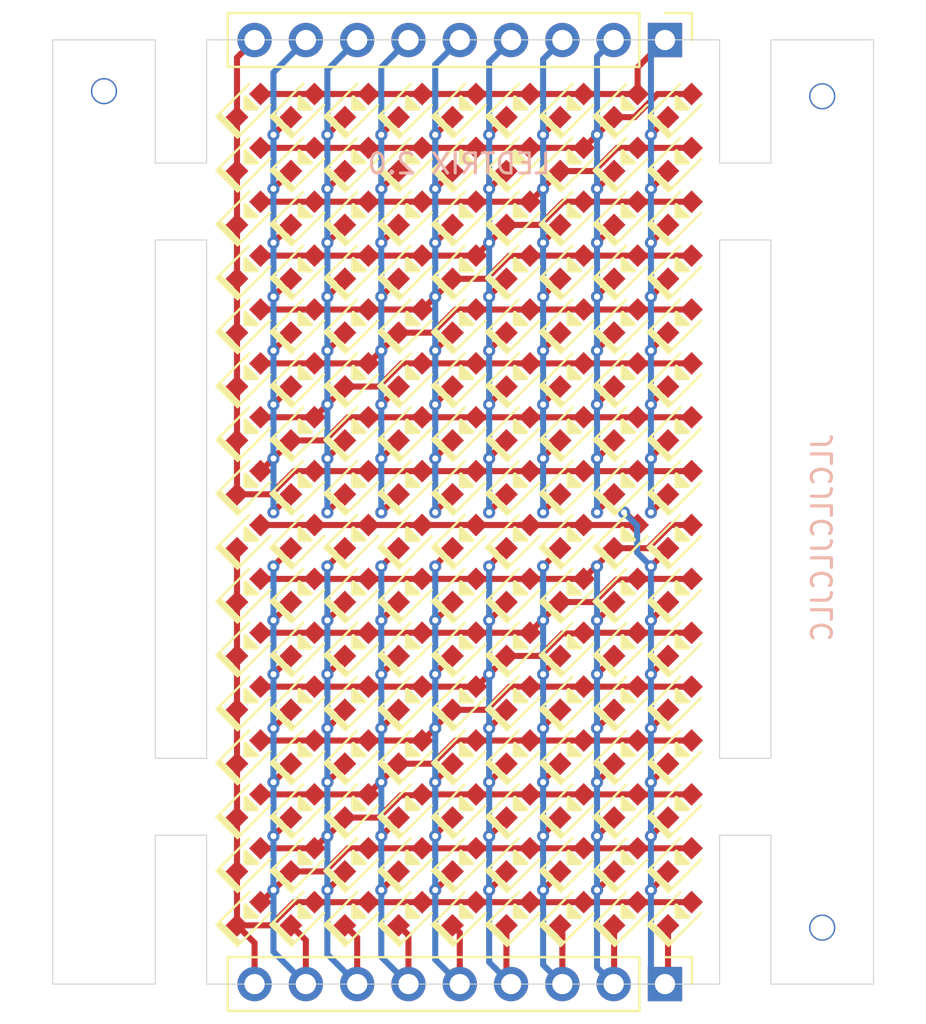
<source format=kicad_pcb>
(kicad_pcb (version 20171130) (host pcbnew "(5.1.12-1-10_14)")
  (layers (0 F.Cu signal) (31 B.Cu signal) (34 B.Paste user) (35 F.Paste user) (36 B.SilkS user) (37 F.SilkS user) (38 B.Mask user) (39 F.Mask user) (44 Edge.Cuts user))
  (net 0 "")
  (net 1 /CA8)
  (net 2 /CA7)
  (net 3 /CA6)
  (net 4 /CA5)
  (net 5 /CA4)
  (net 6 /CA3)
  (net 7 /CA2)
  (net 8 /CA1)
  (net 9 /CB9)
  (net 10 /CB8)
  (net 11 /CB7)
  (net 12 /CB6)
  (net 13 /CB5)
  (net 14 /CB4)
  (net 15 /CB3)
  (net 16 /CB2)
  (net 17 /CB1)
  (net 18 /CA9)
  (module "Joels KiCad Footprint Library:JCLPCB_Tooling_Hole" (layer F.Cu) (at 207.68 103.69099)
    (fp_text reference H9 hide)
    (fp_text value MountingHole)
    (pad "" np_thru_hole circle (at 0 0) (size 1.3 1.3) (drill 1.152) (layers *.Cu *.Mask) (clearance 0.248))
  )
  (module "Joels KiCad Footprint Library:JCLPCB_Tooling_Hole" (layer F.Cu) (at 172.12 62.28899)
    (fp_text reference H8 hide)
    (fp_text value MountingHole)
    (pad "" np_thru_hole circle (at 0 0) (size 1.3 1.3) (drill 1.152) (layers *.Cu *.Mask) (clearance 0.248))
  )
  (module "Joels KiCad Footprint Library:JCLPCB_Tooling_Hole" (layer F.Cu) (at 207.68 62.54299)
    (fp_text reference H7 hide)
    (fp_text value MountingHole)
    (pad "" np_thru_hole circle (at 0 0) (size 1.3 1.3) (drill 1.152) (layers *.Cu *.Mask) (clearance 0.248))
  )
  (module "Joels KiCad Footprint Library:Mouse_Bite_For_Clipper" (layer F.Cu) (at 177.2 95.05499 90)
    (fp_text reference H5 hide)
    (fp_text value Mousebites hide)
    (pad "" np_thru_hole circle (at -3 0 90) (size 0.5 0.5) (drill 0.5) (layers *.Cu *.Mask))
    (pad "" np_thru_hole circle (at -3 0 90) (size 0.5 0.5) (drill 0.5) (layers *.Cu *.Mask))
    (pad "" np_thru_hole circle (at -0.75 0 90) (size 0.5 0.5) (drill 0.5) (layers *.Cu *.Mask))
    (pad "" np_thru_hole circle (at -2.25 0 90) (size 0.5 0.5) (drill 0.5) (layers *.Cu *.Mask))
    (pad "" np_thru_hole circle (at -1.5 0 90) (size 0.5 0.5) (drill 0.5) (layers *.Cu *.Mask))
    (pad "" np_thru_hole circle (at -3.75 0 90) (size 0.5 0.5) (drill 0.5) (layers *.Cu *.Mask))
    (pad "" np_thru_hole circle (at -3.75 -2.6 90) (size 0.5 0.5) (drill 0.5) (layers *.Cu *.Mask))
    (pad "" np_thru_hole circle (at -1.5 -2.6 90) (size 0.5 0.5) (drill 0.5) (layers *.Cu *.Mask))
    (pad "" np_thru_hole circle (at -2.25 -2.6 90) (size 0.5 0.5) (drill 0.5) (layers *.Cu *.Mask))
    (pad "" np_thru_hole circle (at -0.75 -2.6 90) (size 0.5 0.5) (drill 0.5) (layers *.Cu *.Mask))
    (pad "" np_thru_hole circle (at -3 -2.6 90) (size 0.5 0.5) (drill 0.5) (layers *.Cu *.Mask))
    (pad "" np_thru_hole circle (at -3 -2.6 90) (size 0.5 0.5) (drill 0.5) (layers *.Cu *.Mask))
  )
  (module "Joels KiCad Footprint Library:Mouse_Bite_For_Clipper" (layer F.Cu) (at 205.14 95.05499 90)
    (fp_text reference H4 hide)
    (fp_text value Mousebites hide)
    (pad "" np_thru_hole circle (at -3 0 90) (size 0.5 0.5) (drill 0.5) (layers *.Cu *.Mask))
    (pad "" np_thru_hole circle (at -3 0 90) (size 0.5 0.5) (drill 0.5) (layers *.Cu *.Mask))
    (pad "" np_thru_hole circle (at -0.75 0 90) (size 0.5 0.5) (drill 0.5) (layers *.Cu *.Mask))
    (pad "" np_thru_hole circle (at -2.25 0 90) (size 0.5 0.5) (drill 0.5) (layers *.Cu *.Mask))
    (pad "" np_thru_hole circle (at -1.5 0 90) (size 0.5 0.5) (drill 0.5) (layers *.Cu *.Mask))
    (pad "" np_thru_hole circle (at -3.75 0 90) (size 0.5 0.5) (drill 0.5) (layers *.Cu *.Mask))
    (pad "" np_thru_hole circle (at -3.75 -2.6 90) (size 0.5 0.5) (drill 0.5) (layers *.Cu *.Mask))
    (pad "" np_thru_hole circle (at -1.5 -2.6 90) (size 0.5 0.5) (drill 0.5) (layers *.Cu *.Mask))
    (pad "" np_thru_hole circle (at -2.25 -2.6 90) (size 0.5 0.5) (drill 0.5) (layers *.Cu *.Mask))
    (pad "" np_thru_hole circle (at -0.75 -2.6 90) (size 0.5 0.5) (drill 0.5) (layers *.Cu *.Mask))
    (pad "" np_thru_hole circle (at -3 -2.6 90) (size 0.5 0.5) (drill 0.5) (layers *.Cu *.Mask))
    (pad "" np_thru_hole circle (at -3 -2.6 90) (size 0.5 0.5) (drill 0.5) (layers *.Cu *.Mask))
  )
  (module "Joels KiCad Footprint Library:Mouse_Bite_For_Clipper" (layer F.Cu) (at 174.6 70 270)
    (fp_text reference H2 hide)
    (fp_text value Mousebites hide)
    (pad "" np_thru_hole circle (at -3 0 270) (size 0.5 0.5) (drill 0.5) (layers *.Cu *.Mask))
    (pad "" np_thru_hole circle (at -3 0 270) (size 0.5 0.5) (drill 0.5) (layers *.Cu *.Mask))
    (pad "" np_thru_hole circle (at -0.75 0 270) (size 0.5 0.5) (drill 0.5) (layers *.Cu *.Mask))
    (pad "" np_thru_hole circle (at -2.25 0 270) (size 0.5 0.5) (drill 0.5) (layers *.Cu *.Mask))
    (pad "" np_thru_hole circle (at -1.5 0 270) (size 0.5 0.5) (drill 0.5) (layers *.Cu *.Mask))
    (pad "" np_thru_hole circle (at -3.75 0 270) (size 0.5 0.5) (drill 0.5) (layers *.Cu *.Mask))
    (pad "" np_thru_hole circle (at -3.75 -2.6 270) (size 0.5 0.5) (drill 0.5) (layers *.Cu *.Mask))
    (pad "" np_thru_hole circle (at -1.5 -2.6 270) (size 0.5 0.5) (drill 0.5) (layers *.Cu *.Mask))
    (pad "" np_thru_hole circle (at -2.25 -2.6 270) (size 0.5 0.5) (drill 0.5) (layers *.Cu *.Mask))
    (pad "" np_thru_hole circle (at -0.75 -2.6 270) (size 0.5 0.5) (drill 0.5) (layers *.Cu *.Mask))
    (pad "" np_thru_hole circle (at -3 -2.6 270) (size 0.5 0.5) (drill 0.5) (layers *.Cu *.Mask))
    (pad "" np_thru_hole circle (at -3 -2.6 270) (size 0.5 0.5) (drill 0.5) (layers *.Cu *.Mask))
  )
  (module "Joels KiCad Footprint Library:Mouse_Bite_For_Clipper" (layer F.Cu) (at 202.6 70 270)
    (fp_text reference H1 hide)
    (fp_text value Mousebites hide)
    (pad "" np_thru_hole circle (at -3 0 270) (size 0.5 0.5) (drill 0.5) (layers *.Cu *.Mask))
    (pad "" np_thru_hole circle (at -3 0 270) (size 0.5 0.5) (drill 0.5) (layers *.Cu *.Mask))
    (pad "" np_thru_hole circle (at -0.75 0 270) (size 0.5 0.5) (drill 0.5) (layers *.Cu *.Mask))
    (pad "" np_thru_hole circle (at -2.25 0 270) (size 0.5 0.5) (drill 0.5) (layers *.Cu *.Mask))
    (pad "" np_thru_hole circle (at -1.5 0 270) (size 0.5 0.5) (drill 0.5) (layers *.Cu *.Mask))
    (pad "" np_thru_hole circle (at -3.75 0 270) (size 0.5 0.5) (drill 0.5) (layers *.Cu *.Mask))
    (pad "" np_thru_hole circle (at -3.75 -2.6 270) (size 0.5 0.5) (drill 0.5) (layers *.Cu *.Mask))
    (pad "" np_thru_hole circle (at -1.5 -2.6 270) (size 0.5 0.5) (drill 0.5) (layers *.Cu *.Mask))
    (pad "" np_thru_hole circle (at -2.25 -2.6 270) (size 0.5 0.5) (drill 0.5) (layers *.Cu *.Mask))
    (pad "" np_thru_hole circle (at -0.75 -2.6 270) (size 0.5 0.5) (drill 0.5) (layers *.Cu *.Mask))
    (pad "" np_thru_hole circle (at -3 -2.6 270) (size 0.5 0.5) (drill 0.5) (layers *.Cu *.Mask))
    (pad "" np_thru_hole circle (at -3 -2.6 270) (size 0.5 0.5) (drill 0.5) (layers *.Cu *.Mask))
  )
  (module Connector_PinHeader_2.54mm:PinHeader_1x09_P2.54mm_Vertical (layer F.Cu) (at 199.895 106.48499 270)
    (fp_text reference J2 hide)
    (fp_text value Conn)
    (pad 9 thru_hole oval (at 0 20.32 270) (size 1.7 1.7) (drill 1) (layers *.Cu *.Mask) (net 9 /CB9))
    (pad 8 thru_hole oval (at 0 17.78 270) (size 1.7 1.7) (drill 1) (layers *.Cu *.Mask) (net 10 /CB8))
    (pad 7 thru_hole oval (at 0 15.24 270) (size 1.7 1.7) (drill 1) (layers *.Cu *.Mask) (net 11 /CB7))
    (pad 6 thru_hole oval (at 0 12.7 270) (size 1.7 1.7) (drill 1) (layers *.Cu *.Mask) (net 12 /CB6))
    (pad 5 thru_hole oval (at 0 10.16 270) (size 1.7 1.7) (drill 1) (layers *.Cu *.Mask) (net 13 /CB5))
    (pad 4 thru_hole oval (at 0 7.62 270) (size 1.7 1.7) (drill 1) (layers *.Cu *.Mask) (net 14 /CB4))
    (pad 3 thru_hole oval (at 0 5.08 270) (size 1.7 1.7) (drill 1) (layers *.Cu *.Mask) (net 15 /CB3))
    (pad 2 thru_hole oval (at 0 2.54 270) (size 1.7 1.7) (drill 1) (layers *.Cu *.Mask) (net 16 /CB2))
    (pad 1 thru_hole rect (at 0 0 270) (size 1.7 1.7) (drill 1) (layers *.Cu *.Mask) (net 17 /CB1))
  )
  (module Connector_PinHeader_2.54mm:PinHeader_1x09_P2.54mm_Vertical (layer F.Cu) (at 199.895 59.75999 270)
    (fp_text reference J1 hide)
    (fp_text value Conn)
    (pad 9 thru_hole oval (at 0 20.32 270) (size 1.7 1.7) (drill 1) (layers *.Cu *.Mask) (net 18 /CA9))
    (pad 8 thru_hole oval (at 0 17.78 270) (size 1.7 1.7) (drill 1) (layers *.Cu *.Mask) (net 1 /CA8))
    (pad 7 thru_hole oval (at 0 15.24 270) (size 1.7 1.7) (drill 1) (layers *.Cu *.Mask) (net 2 /CA7))
    (pad 6 thru_hole oval (at 0 12.7 270) (size 1.7 1.7) (drill 1) (layers *.Cu *.Mask) (net 3 /CA6))
    (pad 5 thru_hole oval (at 0 10.16 270) (size 1.7 1.7) (drill 1) (layers *.Cu *.Mask) (net 4 /CA5))
    (pad 4 thru_hole oval (at 0 7.62 270) (size 1.7 1.7) (drill 1) (layers *.Cu *.Mask) (net 5 /CA4))
    (pad 3 thru_hole oval (at 0 5.08 270) (size 1.7 1.7) (drill 1) (layers *.Cu *.Mask) (net 6 /CA3))
    (pad 2 thru_hole oval (at 0 2.54 270) (size 1.7 1.7) (drill 1) (layers *.Cu *.Mask) (net 7 /CA2))
    (pad 1 thru_hole rect (at 0 0 270) (size 1.7 1.7) (drill 1) (layers *.Cu *.Mask) (net 8 /CA1))
  )
  (module "Joels KiCad Footprint Library:LED_0603_For_Blinky" (layer F.Cu) (at 179.31 63)
    (fp_text reference D9.1 hide)
    (fp_text value LED hide)
    (pad 1 smd rect (at -0.604576 0.576617 45) (size 0.8 0.8) (layers F.Cu F.Paste F.Mask) (net 18 /CA9))
    (pad 2 smd rect (at 0.56 -0.57 45) (size 0.8 0.8) (layers F.Cu F.Paste F.Mask) (net 8 /CA1))
  )
  (module "Joels KiCad Footprint Library:LED_0603_For_Blinky" (layer F.Cu) (at 195.31 68.333332)
    (fp_text reference D3.3 hide)
    (fp_text value LED hide)
    (pad 1 smd rect (at -0.604576 0.576617 45) (size 0.8 0.8) (layers F.Cu F.Paste F.Mask) (net 6 /CA3))
    (pad 2 smd rect (at 0.56 -0.57 45) (size 0.8 0.8) (layers F.Cu F.Paste F.Mask) (net 5 /CA4))
  )
  (module "Joels KiCad Footprint Library:LED_0603_For_Blinky" (layer F.Cu) (at 179.31 97.666658)
    (fp_text reference D9.14 hide)
    (fp_text value LED hide)
    (pad 1 smd rect (at -0.604576 0.576617 45) (size 0.8 0.8) (layers F.Cu F.Paste F.Mask) (net 9 /CB9))
    (pad 2 smd rect (at 0.56 -0.57 45) (size 0.8 0.8) (layers F.Cu F.Paste F.Mask) (net 12 /CB6))
  )
  (module "Joels KiCad Footprint Library:LED_0603_For_Blinky" (layer F.Cu) (at 179.31 94.999992)
    (fp_text reference D9.13 hide)
    (fp_text value LED hide)
    (pad 1 smd rect (at -0.604576 0.576617 45) (size 0.8 0.8) (layers F.Cu F.Paste F.Mask) (net 9 /CB9))
    (pad 2 smd rect (at 0.56 -0.57 45) (size 0.8 0.8) (layers F.Cu F.Paste F.Mask) (net 13 /CB5))
  )
  (module "Joels KiCad Footprint Library:LED_0603_For_Blinky" (layer F.Cu) (at 179.31 92.333326)
    (fp_text reference D9.12 hide)
    (fp_text value LED hide)
    (pad 1 smd rect (at -0.604576 0.576617 45) (size 0.8 0.8) (layers F.Cu F.Paste F.Mask) (net 9 /CB9))
    (pad 2 smd rect (at 0.56 -0.57 45) (size 0.8 0.8) (layers F.Cu F.Paste F.Mask) (net 14 /CB4))
  )
  (module "Joels KiCad Footprint Library:LED_0603_For_Blinky" (layer F.Cu) (at 179.31 65.666666)
    (fp_text reference D9.2 hide)
    (fp_text value LED hide)
    (pad 1 smd rect (at -0.604576 0.576617 45) (size 0.8 0.8) (layers F.Cu F.Paste F.Mask) (net 18 /CA9))
    (pad 2 smd rect (at 0.56 -0.57 45) (size 0.8 0.8) (layers F.Cu F.Paste F.Mask) (net 7 /CA2))
  )
  (module "Joels KiCad Footprint Library:LED_0603_For_Blinky" (layer F.Cu) (at 179.31 68.333332)
    (fp_text reference D9.3 hide)
    (fp_text value LED hide)
    (pad 1 smd rect (at -0.604576 0.576617 45) (size 0.8 0.8) (layers F.Cu F.Paste F.Mask) (net 18 /CA9))
    (pad 2 smd rect (at 0.56 -0.57 45) (size 0.8 0.8) (layers F.Cu F.Paste F.Mask) (net 6 /CA3))
  )
  (module "Joels KiCad Footprint Library:LED_0603_For_Blinky" (layer F.Cu) (at 179.31 70.999998)
    (fp_text reference D9.4 hide)
    (fp_text value LED hide)
    (pad 1 smd rect (at -0.604576 0.576617 45) (size 0.8 0.8) (layers F.Cu F.Paste F.Mask) (net 18 /CA9))
    (pad 2 smd rect (at 0.56 -0.57 45) (size 0.8 0.8) (layers F.Cu F.Paste F.Mask) (net 5 /CA4))
  )
  (module "Joels KiCad Footprint Library:LED_0603_For_Blinky" (layer F.Cu) (at 179.31 73.666664)
    (fp_text reference D9.5 hide)
    (fp_text value LED hide)
    (pad 1 smd rect (at -0.604576 0.576617 45) (size 0.8 0.8) (layers F.Cu F.Paste F.Mask) (net 18 /CA9))
    (pad 2 smd rect (at 0.56 -0.57 45) (size 0.8 0.8) (layers F.Cu F.Paste F.Mask) (net 4 /CA5))
  )
  (module "Joels KiCad Footprint Library:LED_0603_For_Blinky" (layer F.Cu) (at 179.31 100.333324)
    (fp_text reference D9.15 hide)
    (fp_text value LED hide)
    (pad 1 smd rect (at -0.604576 0.576617 45) (size 0.8 0.8) (layers F.Cu F.Paste F.Mask) (net 9 /CB9))
    (pad 2 smd rect (at 0.56 -0.57 45) (size 0.8 0.8) (layers F.Cu F.Paste F.Mask) (net 11 /CB7))
  )
  (module "Joels KiCad Footprint Library:LED_0603_For_Blinky" (layer F.Cu) (at 179.31 76.33333)
    (fp_text reference D9.6 hide)
    (fp_text value LED hide)
    (pad 1 smd rect (at -0.604576 0.576617 45) (size 0.8 0.8) (layers F.Cu F.Paste F.Mask) (net 18 /CA9))
    (pad 2 smd rect (at 0.56 -0.57 45) (size 0.8 0.8) (layers F.Cu F.Paste F.Mask) (net 3 /CA6))
  )
  (module "Joels KiCad Footprint Library:LED_0603_For_Blinky" (layer F.Cu) (at 179.31 78.999996)
    (fp_text reference D9.7 hide)
    (fp_text value LED hide)
    (pad 1 smd rect (at -0.604576 0.576617 45) (size 0.8 0.8) (layers F.Cu F.Paste F.Mask) (net 18 /CA9))
    (pad 2 smd rect (at 0.56 -0.57 45) (size 0.8 0.8) (layers F.Cu F.Paste F.Mask) (net 2 /CA7))
  )
  (module "Joels KiCad Footprint Library:LED_0603_For_Blinky" (layer F.Cu) (at 179.31 81.666662)
    (fp_text reference D9.8 hide)
    (fp_text value LED hide)
    (pad 1 smd rect (at -0.604576 0.576617 45) (size 0.8 0.8) (layers F.Cu F.Paste F.Mask) (net 18 /CA9))
    (pad 2 smd rect (at 0.56 -0.57 45) (size 0.8 0.8) (layers F.Cu F.Paste F.Mask) (net 1 /CA8))
  )
  (module "Joels KiCad Footprint Library:LED_0603_For_Blinky" (layer F.Cu) (at 179.31 84.333328)
    (fp_text reference D9.9 hide)
    (fp_text value LED hide)
    (pad 1 smd rect (at -0.604576 0.576617 45) (size 0.8 0.8) (layers F.Cu F.Paste F.Mask) (net 9 /CB9))
    (pad 2 smd rect (at 0.56 -0.57 45) (size 0.8 0.8) (layers F.Cu F.Paste F.Mask) (net 17 /CB1))
  )
  (module "Joels KiCad Footprint Library:LED_0603_For_Blinky" (layer F.Cu) (at 179.31 86.999994)
    (fp_text reference D9.10 hide)
    (fp_text value LED hide)
    (pad 1 smd rect (at -0.604576 0.576617 45) (size 0.8 0.8) (layers F.Cu F.Paste F.Mask) (net 9 /CB9))
    (pad 2 smd rect (at 0.56 -0.57 45) (size 0.8 0.8) (layers F.Cu F.Paste F.Mask) (net 16 /CB2))
  )
  (module "Joels KiCad Footprint Library:LED_0603_For_Blinky" (layer F.Cu) (at 179.31 89.66666)
    (fp_text reference D9.11 hide)
    (fp_text value LED hide)
    (pad 1 smd rect (at -0.604576 0.576617 45) (size 0.8 0.8) (layers F.Cu F.Paste F.Mask) (net 9 /CB9))
    (pad 2 smd rect (at 0.56 -0.57 45) (size 0.8 0.8) (layers F.Cu F.Paste F.Mask) (net 15 /CB3))
  )
  (module "Joels KiCad Footprint Library:LED_0603_For_Blinky" (layer F.Cu) (at 179.31 102.99999)
    (fp_text reference D9.16 hide)
    (fp_text value LED hide)
    (pad 1 smd rect (at -0.604576 0.576617 45) (size 0.8 0.8) (layers F.Cu F.Paste F.Mask) (net 9 /CB9))
    (pad 2 smd rect (at 0.56 -0.57 45) (size 0.8 0.8) (layers F.Cu F.Paste F.Mask) (net 10 /CB8))
  )
  (module "Joels KiCad Footprint Library:LED_0603_For_Blinky" (layer F.Cu) (at 181.98 97.666658)
    (fp_text reference D8.14 hide)
    (fp_text value LED hide)
    (pad 1 smd rect (at -0.604576 0.576617 45) (size 0.8 0.8) (layers F.Cu F.Paste F.Mask) (net 10 /CB8))
    (pad 2 smd rect (at 0.56 -0.57 45) (size 0.8 0.8) (layers F.Cu F.Paste F.Mask) (net 12 /CB6))
  )
  (module "Joels KiCad Footprint Library:LED_0603_For_Blinky" (layer F.Cu) (at 181.98 94.999992)
    (fp_text reference D8.13 hide)
    (fp_text value LED hide)
    (pad 1 smd rect (at -0.604576 0.576617 45) (size 0.8 0.8) (layers F.Cu F.Paste F.Mask) (net 10 /CB8))
    (pad 2 smd rect (at 0.56 -0.57 45) (size 0.8 0.8) (layers F.Cu F.Paste F.Mask) (net 13 /CB5))
  )
  (module "Joels KiCad Footprint Library:LED_0603_For_Blinky" (layer F.Cu) (at 181.98 92.333326)
    (fp_text reference D8.12 hide)
    (fp_text value LED hide)
    (pad 1 smd rect (at -0.604576 0.576617 45) (size 0.8 0.8) (layers F.Cu F.Paste F.Mask) (net 10 /CB8))
    (pad 2 smd rect (at 0.56 -0.57 45) (size 0.8 0.8) (layers F.Cu F.Paste F.Mask) (net 14 /CB4))
  )
  (module "Joels KiCad Footprint Library:LED_0603_For_Blinky" (layer F.Cu) (at 181.98 63)
    (fp_text reference D8.1 hide)
    (fp_text value LED hide)
    (pad 1 smd rect (at -0.604576 0.576617 45) (size 0.8 0.8) (layers F.Cu F.Paste F.Mask) (net 1 /CA8))
    (pad 2 smd rect (at 0.56 -0.57 45) (size 0.8 0.8) (layers F.Cu F.Paste F.Mask) (net 8 /CA1))
  )
  (module "Joels KiCad Footprint Library:LED_0603_For_Blinky" (layer F.Cu) (at 181.98 65.666666)
    (fp_text reference D8.2 hide)
    (fp_text value LED hide)
    (pad 1 smd rect (at -0.604576 0.576617 45) (size 0.8 0.8) (layers F.Cu F.Paste F.Mask) (net 1 /CA8))
    (pad 2 smd rect (at 0.56 -0.57 45) (size 0.8 0.8) (layers F.Cu F.Paste F.Mask) (net 7 /CA2))
  )
  (module "Joels KiCad Footprint Library:LED_0603_For_Blinky" (layer F.Cu) (at 181.98 68.333332)
    (fp_text reference D8.3 hide)
    (fp_text value LED hide)
    (pad 1 smd rect (at -0.604576 0.576617 45) (size 0.8 0.8) (layers F.Cu F.Paste F.Mask) (net 1 /CA8))
    (pad 2 smd rect (at 0.56 -0.57 45) (size 0.8 0.8) (layers F.Cu F.Paste F.Mask) (net 6 /CA3))
  )
  (module "Joels KiCad Footprint Library:LED_0603_For_Blinky" (layer F.Cu) (at 181.98 70.999998)
    (fp_text reference D8.4 hide)
    (fp_text value LED hide)
    (pad 1 smd rect (at -0.604576 0.576617 45) (size 0.8 0.8) (layers F.Cu F.Paste F.Mask) (net 1 /CA8))
    (pad 2 smd rect (at 0.56 -0.57 45) (size 0.8 0.8) (layers F.Cu F.Paste F.Mask) (net 5 /CA4))
  )
  (module "Joels KiCad Footprint Library:LED_0603_For_Blinky" (layer F.Cu) (at 181.98 73.666664)
    (fp_text reference D8.5 hide)
    (fp_text value LED hide)
    (pad 1 smd rect (at -0.604576 0.576617 45) (size 0.8 0.8) (layers F.Cu F.Paste F.Mask) (net 1 /CA8))
    (pad 2 smd rect (at 0.56 -0.57 45) (size 0.8 0.8) (layers F.Cu F.Paste F.Mask) (net 4 /CA5))
  )
  (module "Joels KiCad Footprint Library:LED_0603_For_Blinky" (layer F.Cu) (at 181.98 100.333324)
    (fp_text reference D8.15 hide)
    (fp_text value LED hide)
    (pad 1 smd rect (at -0.604576 0.576617 45) (size 0.8 0.8) (layers F.Cu F.Paste F.Mask) (net 10 /CB8))
    (pad 2 smd rect (at 0.56 -0.57 45) (size 0.8 0.8) (layers F.Cu F.Paste F.Mask) (net 11 /CB7))
  )
  (module "Joels KiCad Footprint Library:LED_0603_For_Blinky" (layer F.Cu) (at 181.98 76.33333)
    (fp_text reference D8.6 hide)
    (fp_text value LED hide)
    (pad 1 smd rect (at -0.604576 0.576617 45) (size 0.8 0.8) (layers F.Cu F.Paste F.Mask) (net 1 /CA8))
    (pad 2 smd rect (at 0.56 -0.57 45) (size 0.8 0.8) (layers F.Cu F.Paste F.Mask) (net 3 /CA6))
  )
  (module "Joels KiCad Footprint Library:LED_0603_For_Blinky" (layer F.Cu) (at 181.98 78.999996)
    (fp_text reference D8.7 hide)
    (fp_text value LED hide)
    (pad 1 smd rect (at -0.604576 0.576617 45) (size 0.8 0.8) (layers F.Cu F.Paste F.Mask) (net 1 /CA8))
    (pad 2 smd rect (at 0.56 -0.57 45) (size 0.8 0.8) (layers F.Cu F.Paste F.Mask) (net 2 /CA7))
  )
  (module "Joels KiCad Footprint Library:LED_0603_For_Blinky" (layer F.Cu) (at 181.98 81.666662)
    (fp_text reference D8.8 hide)
    (fp_text value LED hide)
    (pad 1 smd rect (at -0.604576 0.576617 45) (size 0.8 0.8) (layers F.Cu F.Paste F.Mask) (net 1 /CA8))
    (pad 2 smd rect (at 0.56 -0.57 45) (size 0.8 0.8) (layers F.Cu F.Paste F.Mask) (net 18 /CA9))
  )
  (module "Joels KiCad Footprint Library:LED_0603_For_Blinky" (layer F.Cu) (at 181.98 84.333328)
    (fp_text reference D8.9 hide)
    (fp_text value LED hide)
    (pad 1 smd rect (at -0.604576 0.576617 45) (size 0.8 0.8) (layers F.Cu F.Paste F.Mask) (net 10 /CB8))
    (pad 2 smd rect (at 0.56 -0.57 45) (size 0.8 0.8) (layers F.Cu F.Paste F.Mask) (net 17 /CB1))
  )
  (module "Joels KiCad Footprint Library:LED_0603_For_Blinky" (layer F.Cu) (at 181.98 86.999994)
    (fp_text reference D8.10 hide)
    (fp_text value LED hide)
    (pad 1 smd rect (at -0.604576 0.576617 45) (size 0.8 0.8) (layers F.Cu F.Paste F.Mask) (net 10 /CB8))
    (pad 2 smd rect (at 0.56 -0.57 45) (size 0.8 0.8) (layers F.Cu F.Paste F.Mask) (net 16 /CB2))
  )
  (module "Joels KiCad Footprint Library:LED_0603_For_Blinky" (layer F.Cu) (at 181.98 89.66666)
    (fp_text reference D8.11 hide)
    (fp_text value LED hide)
    (pad 1 smd rect (at -0.604576 0.576617 45) (size 0.8 0.8) (layers F.Cu F.Paste F.Mask) (net 10 /CB8))
    (pad 2 smd rect (at 0.56 -0.57 45) (size 0.8 0.8) (layers F.Cu F.Paste F.Mask) (net 15 /CB3))
  )
  (module "Joels KiCad Footprint Library:LED_0603_For_Blinky" (layer F.Cu) (at 181.98 102.99999)
    (fp_text reference D8.16 hide)
    (fp_text value LED hide)
    (pad 1 smd rect (at -0.604576 0.576617 45) (size 0.8 0.8) (layers F.Cu F.Paste F.Mask) (net 10 /CB8))
    (pad 2 smd rect (at 0.56 -0.57 45) (size 0.8 0.8) (layers F.Cu F.Paste F.Mask) (net 9 /CB9))
  )
  (module "Joels KiCad Footprint Library:LED_0603_For_Blinky" (layer F.Cu) (at 184.65 97.666658)
    (fp_text reference D7.14 hide)
    (fp_text value LED hide)
    (pad 1 smd rect (at -0.604576 0.576617 45) (size 0.8 0.8) (layers F.Cu F.Paste F.Mask) (net 11 /CB7))
    (pad 2 smd rect (at 0.56 -0.57 45) (size 0.8 0.8) (layers F.Cu F.Paste F.Mask) (net 12 /CB6))
  )
  (module "Joels KiCad Footprint Library:LED_0603_For_Blinky" (layer F.Cu) (at 184.65 94.999992)
    (fp_text reference D7.13 hide)
    (fp_text value LED hide)
    (pad 1 smd rect (at -0.604576 0.576617 45) (size 0.8 0.8) (layers F.Cu F.Paste F.Mask) (net 11 /CB7))
    (pad 2 smd rect (at 0.56 -0.57 45) (size 0.8 0.8) (layers F.Cu F.Paste F.Mask) (net 13 /CB5))
  )
  (module "Joels KiCad Footprint Library:LED_0603_For_Blinky" (layer F.Cu) (at 184.65 92.333326)
    (fp_text reference D7.12 hide)
    (fp_text value LED hide)
    (pad 1 smd rect (at -0.604576 0.576617 45) (size 0.8 0.8) (layers F.Cu F.Paste F.Mask) (net 11 /CB7))
    (pad 2 smd rect (at 0.56 -0.57 45) (size 0.8 0.8) (layers F.Cu F.Paste F.Mask) (net 14 /CB4))
  )
  (module "Joels KiCad Footprint Library:LED_0603_For_Blinky" (layer F.Cu) (at 184.65 63)
    (fp_text reference D7.1 hide)
    (fp_text value LED hide)
    (pad 1 smd rect (at -0.604576 0.576617 45) (size 0.8 0.8) (layers F.Cu F.Paste F.Mask) (net 2 /CA7))
    (pad 2 smd rect (at 0.56 -0.57 45) (size 0.8 0.8) (layers F.Cu F.Paste F.Mask) (net 8 /CA1))
  )
  (module "Joels KiCad Footprint Library:LED_0603_For_Blinky" (layer F.Cu) (at 184.65 65.666666)
    (fp_text reference D7.2 hide)
    (fp_text value LED hide)
    (pad 1 smd rect (at -0.604576 0.576617 45) (size 0.8 0.8) (layers F.Cu F.Paste F.Mask) (net 2 /CA7))
    (pad 2 smd rect (at 0.56 -0.57 45) (size 0.8 0.8) (layers F.Cu F.Paste F.Mask) (net 7 /CA2))
  )
  (module "Joels KiCad Footprint Library:LED_0603_For_Blinky" (layer F.Cu) (at 184.65 68.333332)
    (fp_text reference D7.3 hide)
    (fp_text value LED hide)
    (pad 1 smd rect (at -0.604576 0.576617 45) (size 0.8 0.8) (layers F.Cu F.Paste F.Mask) (net 2 /CA7))
    (pad 2 smd rect (at 0.56 -0.57 45) (size 0.8 0.8) (layers F.Cu F.Paste F.Mask) (net 6 /CA3))
  )
  (module "Joels KiCad Footprint Library:LED_0603_For_Blinky" (layer F.Cu) (at 184.65 70.999998)
    (fp_text reference D7.4 hide)
    (fp_text value LED hide)
    (pad 1 smd rect (at -0.604576 0.576617 45) (size 0.8 0.8) (layers F.Cu F.Paste F.Mask) (net 2 /CA7))
    (pad 2 smd rect (at 0.56 -0.57 45) (size 0.8 0.8) (layers F.Cu F.Paste F.Mask) (net 5 /CA4))
  )
  (module "Joels KiCad Footprint Library:LED_0603_For_Blinky" (layer F.Cu) (at 184.65 73.666664)
    (fp_text reference D7.5 hide)
    (fp_text value LED hide)
    (pad 1 smd rect (at -0.604576 0.576617 45) (size 0.8 0.8) (layers F.Cu F.Paste F.Mask) (net 2 /CA7))
    (pad 2 smd rect (at 0.56 -0.57 45) (size 0.8 0.8) (layers F.Cu F.Paste F.Mask) (net 4 /CA5))
  )
  (module "Joels KiCad Footprint Library:LED_0603_For_Blinky" (layer F.Cu) (at 184.65 100.333324)
    (fp_text reference D7.15 hide)
    (fp_text value LED hide)
    (pad 1 smd rect (at -0.604576 0.576617 45) (size 0.8 0.8) (layers F.Cu F.Paste F.Mask) (net 11 /CB7))
    (pad 2 smd rect (at 0.56 -0.57 45) (size 0.8 0.8) (layers F.Cu F.Paste F.Mask) (net 10 /CB8))
  )
  (module "Joels KiCad Footprint Library:LED_0603_For_Blinky" (layer F.Cu) (at 184.65 76.33333)
    (fp_text reference D7.6 hide)
    (fp_text value LED hide)
    (pad 1 smd rect (at -0.604576 0.576617 45) (size 0.8 0.8) (layers F.Cu F.Paste F.Mask) (net 2 /CA7))
    (pad 2 smd rect (at 0.56 -0.57 45) (size 0.8 0.8) (layers F.Cu F.Paste F.Mask) (net 3 /CA6))
  )
  (module "Joels KiCad Footprint Library:LED_0603_For_Blinky" (layer F.Cu) (at 184.65 78.999996)
    (fp_text reference D7.7 hide)
    (fp_text value LED hide)
    (pad 1 smd rect (at -0.604576 0.576617 45) (size 0.8 0.8) (layers F.Cu F.Paste F.Mask) (net 2 /CA7))
    (pad 2 smd rect (at 0.56 -0.57 45) (size 0.8 0.8) (layers F.Cu F.Paste F.Mask) (net 1 /CA8))
  )
  (module "Joels KiCad Footprint Library:LED_0603_For_Blinky" (layer F.Cu) (at 184.65 81.666662)
    (fp_text reference D7.8 hide)
    (fp_text value LED hide)
    (pad 1 smd rect (at -0.604576 0.576617 45) (size 0.8 0.8) (layers F.Cu F.Paste F.Mask) (net 2 /CA7))
    (pad 2 smd rect (at 0.56 -0.57 45) (size 0.8 0.8) (layers F.Cu F.Paste F.Mask) (net 18 /CA9))
  )
  (module "Joels KiCad Footprint Library:LED_0603_For_Blinky" (layer F.Cu) (at 184.65 84.333328)
    (fp_text reference D7.9 hide)
    (fp_text value LED hide)
    (pad 1 smd rect (at -0.604576 0.576617 45) (size 0.8 0.8) (layers F.Cu F.Paste F.Mask) (net 11 /CB7))
    (pad 2 smd rect (at 0.56 -0.57 45) (size 0.8 0.8) (layers F.Cu F.Paste F.Mask) (net 17 /CB1))
  )
  (module "Joels KiCad Footprint Library:LED_0603_For_Blinky" (layer F.Cu) (at 184.65 86.999994)
    (fp_text reference D7.10 hide)
    (fp_text value LED hide)
    (pad 1 smd rect (at -0.604576 0.576617 45) (size 0.8 0.8) (layers F.Cu F.Paste F.Mask) (net 11 /CB7))
    (pad 2 smd rect (at 0.56 -0.57 45) (size 0.8 0.8) (layers F.Cu F.Paste F.Mask) (net 16 /CB2))
  )
  (module "Joels KiCad Footprint Library:LED_0603_For_Blinky" (layer F.Cu) (at 184.65 89.66666)
    (fp_text reference D7.11 hide)
    (fp_text value LED hide)
    (pad 1 smd rect (at -0.604576 0.576617 45) (size 0.8 0.8) (layers F.Cu F.Paste F.Mask) (net 11 /CB7))
    (pad 2 smd rect (at 0.56 -0.57 45) (size 0.8 0.8) (layers F.Cu F.Paste F.Mask) (net 15 /CB3))
  )
  (module "Joels KiCad Footprint Library:LED_0603_For_Blinky" (layer F.Cu) (at 184.65 102.99999)
    (fp_text reference D7.16 hide)
    (fp_text value LED hide)
    (pad 1 smd rect (at -0.604576 0.576617 45) (size 0.8 0.8) (layers F.Cu F.Paste F.Mask) (net 11 /CB7))
    (pad 2 smd rect (at 0.56 -0.57 45) (size 0.8 0.8) (layers F.Cu F.Paste F.Mask) (net 9 /CB9))
  )
  (module "Joels KiCad Footprint Library:LED_0603_For_Blinky" (layer F.Cu) (at 187.31 97.666658)
    (fp_text reference D6.14 hide)
    (fp_text value LED hide)
    (pad 1 smd rect (at -0.604576 0.576617 45) (size 0.8 0.8) (layers F.Cu F.Paste F.Mask) (net 12 /CB6))
    (pad 2 smd rect (at 0.56 -0.57 45) (size 0.8 0.8) (layers F.Cu F.Paste F.Mask) (net 11 /CB7))
  )
  (module "Joels KiCad Footprint Library:LED_0603_For_Blinky" (layer F.Cu) (at 187.31 94.999992)
    (fp_text reference D6.13 hide)
    (fp_text value LED hide)
    (pad 1 smd rect (at -0.604576 0.576617 45) (size 0.8 0.8) (layers F.Cu F.Paste F.Mask) (net 12 /CB6))
    (pad 2 smd rect (at 0.56 -0.57 45) (size 0.8 0.8) (layers F.Cu F.Paste F.Mask) (net 13 /CB5))
  )
  (module "Joels KiCad Footprint Library:LED_0603_For_Blinky" (layer F.Cu) (at 187.31 92.333326)
    (fp_text reference D6.12 hide)
    (fp_text value LED hide)
    (pad 1 smd rect (at -0.604576 0.576617 45) (size 0.8 0.8) (layers F.Cu F.Paste F.Mask) (net 12 /CB6))
    (pad 2 smd rect (at 0.56 -0.57 45) (size 0.8 0.8) (layers F.Cu F.Paste F.Mask) (net 14 /CB4))
  )
  (module "Joels KiCad Footprint Library:LED_0603_For_Blinky" (layer F.Cu) (at 187.31 63)
    (fp_text reference D6.1 hide)
    (fp_text value LED hide)
    (pad 1 smd rect (at -0.604576 0.576617 45) (size 0.8 0.8) (layers F.Cu F.Paste F.Mask) (net 3 /CA6))
    (pad 2 smd rect (at 0.56 -0.57 45) (size 0.8 0.8) (layers F.Cu F.Paste F.Mask) (net 8 /CA1))
  )
  (module "Joels KiCad Footprint Library:LED_0603_For_Blinky" (layer F.Cu) (at 187.31 65.666666)
    (fp_text reference D6.2 hide)
    (fp_text value LED hide)
    (pad 1 smd rect (at -0.604576 0.576617 45) (size 0.8 0.8) (layers F.Cu F.Paste F.Mask) (net 3 /CA6))
    (pad 2 smd rect (at 0.56 -0.57 45) (size 0.8 0.8) (layers F.Cu F.Paste F.Mask) (net 7 /CA2))
  )
  (module "Joels KiCad Footprint Library:LED_0603_For_Blinky" (layer F.Cu) (at 187.31 68.333332)
    (fp_text reference D6.3 hide)
    (fp_text value LED hide)
    (pad 1 smd rect (at -0.604576 0.576617 45) (size 0.8 0.8) (layers F.Cu F.Paste F.Mask) (net 3 /CA6))
    (pad 2 smd rect (at 0.56 -0.57 45) (size 0.8 0.8) (layers F.Cu F.Paste F.Mask) (net 6 /CA3))
  )
  (module "Joels KiCad Footprint Library:LED_0603_For_Blinky" (layer F.Cu) (at 187.31 70.999998)
    (fp_text reference D6.4 hide)
    (fp_text value LED hide)
    (pad 1 smd rect (at -0.604576 0.576617 45) (size 0.8 0.8) (layers F.Cu F.Paste F.Mask) (net 3 /CA6))
    (pad 2 smd rect (at 0.56 -0.57 45) (size 0.8 0.8) (layers F.Cu F.Paste F.Mask) (net 5 /CA4))
  )
  (module "Joels KiCad Footprint Library:LED_0603_For_Blinky" (layer F.Cu) (at 187.31 73.666664)
    (fp_text reference D6.5 hide)
    (fp_text value LED hide)
    (pad 1 smd rect (at -0.604576 0.576617 45) (size 0.8 0.8) (layers F.Cu F.Paste F.Mask) (net 3 /CA6))
    (pad 2 smd rect (at 0.56 -0.57 45) (size 0.8 0.8) (layers F.Cu F.Paste F.Mask) (net 4 /CA5))
  )
  (module "Joels KiCad Footprint Library:LED_0603_For_Blinky" (layer F.Cu) (at 187.31 100.333324)
    (fp_text reference D6.15 hide)
    (fp_text value LED hide)
    (pad 1 smd rect (at -0.604576 0.576617 45) (size 0.8 0.8) (layers F.Cu F.Paste F.Mask) (net 12 /CB6))
    (pad 2 smd rect (at 0.56 -0.57 45) (size 0.8 0.8) (layers F.Cu F.Paste F.Mask) (net 10 /CB8))
  )
  (module "Joels KiCad Footprint Library:LED_0603_For_Blinky" (layer F.Cu) (at 187.31 76.33333)
    (fp_text reference D6.6 hide)
    (fp_text value LED hide)
    (pad 1 smd rect (at -0.604576 0.576617 45) (size 0.8 0.8) (layers F.Cu F.Paste F.Mask) (net 3 /CA6))
    (pad 2 smd rect (at 0.56 -0.57 45) (size 0.8 0.8) (layers F.Cu F.Paste F.Mask) (net 2 /CA7))
  )
  (module "Joels KiCad Footprint Library:LED_0603_For_Blinky" (layer F.Cu) (at 187.31 78.999996)
    (fp_text reference D6.7 hide)
    (fp_text value LED hide)
    (pad 1 smd rect (at -0.604576 0.576617 45) (size 0.8 0.8) (layers F.Cu F.Paste F.Mask) (net 3 /CA6))
    (pad 2 smd rect (at 0.56 -0.57 45) (size 0.8 0.8) (layers F.Cu F.Paste F.Mask) (net 1 /CA8))
  )
  (module "Joels KiCad Footprint Library:LED_0603_For_Blinky" (layer F.Cu) (at 187.31 81.666662)
    (fp_text reference D6.8 hide)
    (fp_text value LED hide)
    (pad 1 smd rect (at -0.604576 0.576617 45) (size 0.8 0.8) (layers F.Cu F.Paste F.Mask) (net 3 /CA6))
    (pad 2 smd rect (at 0.56 -0.57 45) (size 0.8 0.8) (layers F.Cu F.Paste F.Mask) (net 18 /CA9))
  )
  (module "Joels KiCad Footprint Library:LED_0603_For_Blinky" (layer F.Cu) (at 187.31 84.333328)
    (fp_text reference D6.9 hide)
    (fp_text value LED hide)
    (pad 1 smd rect (at -0.604576 0.576617 45) (size 0.8 0.8) (layers F.Cu F.Paste F.Mask) (net 12 /CB6))
    (pad 2 smd rect (at 0.56 -0.57 45) (size 0.8 0.8) (layers F.Cu F.Paste F.Mask) (net 17 /CB1))
  )
  (module "Joels KiCad Footprint Library:LED_0603_For_Blinky" (layer F.Cu) (at 187.31 86.999994)
    (fp_text reference D6.10 hide)
    (fp_text value LED hide)
    (pad 1 smd rect (at -0.604576 0.576617 45) (size 0.8 0.8) (layers F.Cu F.Paste F.Mask) (net 12 /CB6))
    (pad 2 smd rect (at 0.56 -0.57 45) (size 0.8 0.8) (layers F.Cu F.Paste F.Mask) (net 16 /CB2))
  )
  (module "Joels KiCad Footprint Library:LED_0603_For_Blinky" (layer F.Cu) (at 187.31 89.66666)
    (fp_text reference D6.11 hide)
    (fp_text value LED hide)
    (pad 1 smd rect (at -0.604576 0.576617 45) (size 0.8 0.8) (layers F.Cu F.Paste F.Mask) (net 12 /CB6))
    (pad 2 smd rect (at 0.56 -0.57 45) (size 0.8 0.8) (layers F.Cu F.Paste F.Mask) (net 15 /CB3))
  )
  (module "Joels KiCad Footprint Library:LED_0603_For_Blinky" (layer F.Cu) (at 187.31 102.99999)
    (fp_text reference D6.16 hide)
    (fp_text value LED hide)
    (pad 1 smd rect (at -0.604576 0.576617 45) (size 0.8 0.8) (layers F.Cu F.Paste F.Mask) (net 12 /CB6))
    (pad 2 smd rect (at 0.56 -0.57 45) (size 0.8 0.8) (layers F.Cu F.Paste F.Mask) (net 9 /CB9))
  )
  (module "Joels KiCad Footprint Library:LED_0603_For_Blinky" (layer F.Cu) (at 189.98 97.666658)
    (fp_text reference D5.14 hide)
    (fp_text value LED hide)
    (pad 1 smd rect (at -0.604576 0.576617 45) (size 0.8 0.8) (layers F.Cu F.Paste F.Mask) (net 13 /CB5))
    (pad 2 smd rect (at 0.56 -0.57 45) (size 0.8 0.8) (layers F.Cu F.Paste F.Mask) (net 11 /CB7))
  )
  (module "Joels KiCad Footprint Library:LED_0603_For_Blinky" (layer F.Cu) (at 189.98 94.999992)
    (fp_text reference D5.13 hide)
    (fp_text value LED hide)
    (pad 1 smd rect (at -0.604576 0.576617 45) (size 0.8 0.8) (layers F.Cu F.Paste F.Mask) (net 13 /CB5))
    (pad 2 smd rect (at 0.56 -0.57 45) (size 0.8 0.8) (layers F.Cu F.Paste F.Mask) (net 12 /CB6))
  )
  (module "Joels KiCad Footprint Library:LED_0603_For_Blinky" (layer F.Cu) (at 189.98 92.333326)
    (fp_text reference D5.12 hide)
    (fp_text value LED hide)
    (pad 1 smd rect (at -0.604576 0.576617 45) (size 0.8 0.8) (layers F.Cu F.Paste F.Mask) (net 13 /CB5))
    (pad 2 smd rect (at 0.56 -0.57 45) (size 0.8 0.8) (layers F.Cu F.Paste F.Mask) (net 14 /CB4))
  )
  (module "Joels KiCad Footprint Library:LED_0603_For_Blinky" (layer F.Cu) (at 189.98 63)
    (fp_text reference D5.1 hide)
    (fp_text value LED hide)
    (pad 1 smd rect (at -0.604576 0.576617 45) (size 0.8 0.8) (layers F.Cu F.Paste F.Mask) (net 4 /CA5))
    (pad 2 smd rect (at 0.56 -0.57 45) (size 0.8 0.8) (layers F.Cu F.Paste F.Mask) (net 8 /CA1))
  )
  (module "Joels KiCad Footprint Library:LED_0603_For_Blinky" (layer F.Cu) (at 189.98 65.666666)
    (fp_text reference D5.2 hide)
    (fp_text value LED hide)
    (pad 1 smd rect (at -0.604576 0.576617 45) (size 0.8 0.8) (layers F.Cu F.Paste F.Mask) (net 4 /CA5))
    (pad 2 smd rect (at 0.56 -0.57 45) (size 0.8 0.8) (layers F.Cu F.Paste F.Mask) (net 7 /CA2))
  )
  (module "Joels KiCad Footprint Library:LED_0603_For_Blinky" (layer F.Cu) (at 189.98 68.333332)
    (fp_text reference D5.3 hide)
    (fp_text value LED hide)
    (pad 1 smd rect (at -0.604576 0.576617 45) (size 0.8 0.8) (layers F.Cu F.Paste F.Mask) (net 4 /CA5))
    (pad 2 smd rect (at 0.56 -0.57 45) (size 0.8 0.8) (layers F.Cu F.Paste F.Mask) (net 6 /CA3))
  )
  (module "Joels KiCad Footprint Library:LED_0603_For_Blinky" (layer F.Cu) (at 189.98 70.999998)
    (fp_text reference D5.4 hide)
    (fp_text value LED hide)
    (pad 1 smd rect (at -0.604576 0.576617 45) (size 0.8 0.8) (layers F.Cu F.Paste F.Mask) (net 4 /CA5))
    (pad 2 smd rect (at 0.56 -0.57 45) (size 0.8 0.8) (layers F.Cu F.Paste F.Mask) (net 5 /CA4))
  )
  (module "Joels KiCad Footprint Library:LED_0603_For_Blinky" (layer F.Cu) (at 189.98 73.666664)
    (fp_text reference D5.5 hide)
    (fp_text value LED hide)
    (pad 1 smd rect (at -0.604576 0.576617 45) (size 0.8 0.8) (layers F.Cu F.Paste F.Mask) (net 4 /CA5))
    (pad 2 smd rect (at 0.56 -0.57 45) (size 0.8 0.8) (layers F.Cu F.Paste F.Mask) (net 3 /CA6))
  )
  (module "Joels KiCad Footprint Library:LED_0603_For_Blinky" (layer F.Cu) (at 189.98 100.333324)
    (fp_text reference D5.15 hide)
    (fp_text value LED hide)
    (pad 1 smd rect (at -0.604576 0.576617 45) (size 0.8 0.8) (layers F.Cu F.Paste F.Mask) (net 13 /CB5))
    (pad 2 smd rect (at 0.56 -0.57 45) (size 0.8 0.8) (layers F.Cu F.Paste F.Mask) (net 10 /CB8))
  )
  (module "Joels KiCad Footprint Library:LED_0603_For_Blinky" (layer F.Cu) (at 189.98 76.33333)
    (fp_text reference D5.6 hide)
    (fp_text value LED hide)
    (pad 1 smd rect (at -0.604576 0.576617 45) (size 0.8 0.8) (layers F.Cu F.Paste F.Mask) (net 4 /CA5))
    (pad 2 smd rect (at 0.56 -0.57 45) (size 0.8 0.8) (layers F.Cu F.Paste F.Mask) (net 2 /CA7))
  )
  (module "Joels KiCad Footprint Library:LED_0603_For_Blinky" (layer F.Cu) (at 189.98 78.999996)
    (fp_text reference D5.7 hide)
    (fp_text value LED hide)
    (pad 1 smd rect (at -0.604576 0.576617 45) (size 0.8 0.8) (layers F.Cu F.Paste F.Mask) (net 4 /CA5))
    (pad 2 smd rect (at 0.56 -0.57 45) (size 0.8 0.8) (layers F.Cu F.Paste F.Mask) (net 1 /CA8))
  )
  (module "Joels KiCad Footprint Library:LED_0603_For_Blinky" (layer F.Cu) (at 189.98 81.666662)
    (fp_text reference D5.8 hide)
    (fp_text value LED hide)
    (pad 1 smd rect (at -0.604576 0.576617 45) (size 0.8 0.8) (layers F.Cu F.Paste F.Mask) (net 4 /CA5))
    (pad 2 smd rect (at 0.56 -0.57 45) (size 0.8 0.8) (layers F.Cu F.Paste F.Mask) (net 18 /CA9))
  )
  (module "Joels KiCad Footprint Library:LED_0603_For_Blinky" (layer F.Cu) (at 189.98 84.333328)
    (fp_text reference D5.9 hide)
    (fp_text value LED hide)
    (pad 1 smd rect (at -0.604576 0.576617 45) (size 0.8 0.8) (layers F.Cu F.Paste F.Mask) (net 13 /CB5))
    (pad 2 smd rect (at 0.56 -0.57 45) (size 0.8 0.8) (layers F.Cu F.Paste F.Mask) (net 17 /CB1))
  )
  (module "Joels KiCad Footprint Library:LED_0603_For_Blinky" (layer F.Cu) (at 189.98 86.999994)
    (fp_text reference D5.10 hide)
    (fp_text value LED hide)
    (pad 1 smd rect (at -0.604576 0.576617 45) (size 0.8 0.8) (layers F.Cu F.Paste F.Mask) (net 13 /CB5))
    (pad 2 smd rect (at 0.56 -0.57 45) (size 0.8 0.8) (layers F.Cu F.Paste F.Mask) (net 16 /CB2))
  )
  (module "Joels KiCad Footprint Library:LED_0603_For_Blinky" (layer F.Cu) (at 189.98 89.66666)
    (fp_text reference D5.11 hide)
    (fp_text value LED hide)
    (pad 1 smd rect (at -0.604576 0.576617 45) (size 0.8 0.8) (layers F.Cu F.Paste F.Mask) (net 13 /CB5))
    (pad 2 smd rect (at 0.56 -0.57 45) (size 0.8 0.8) (layers F.Cu F.Paste F.Mask) (net 15 /CB3))
  )
  (module "Joels KiCad Footprint Library:LED_0603_For_Blinky" (layer F.Cu) (at 189.98 102.99999)
    (fp_text reference D5.16 hide)
    (fp_text value LED hide)
    (pad 1 smd rect (at -0.604576 0.576617 45) (size 0.8 0.8) (layers F.Cu F.Paste F.Mask) (net 13 /CB5))
    (pad 2 smd rect (at 0.56 -0.57 45) (size 0.8 0.8) (layers F.Cu F.Paste F.Mask) (net 9 /CB9))
  )
  (module "Joels KiCad Footprint Library:LED_0603_For_Blinky" (layer F.Cu) (at 192.65 97.666658)
    (fp_text reference D4.14 hide)
    (fp_text value LED hide)
    (pad 1 smd rect (at -0.604576 0.576617 45) (size 0.8 0.8) (layers F.Cu F.Paste F.Mask) (net 14 /CB4))
    (pad 2 smd rect (at 0.56 -0.57 45) (size 0.8 0.8) (layers F.Cu F.Paste F.Mask) (net 11 /CB7))
  )
  (module "Joels KiCad Footprint Library:LED_0603_For_Blinky" (layer F.Cu) (at 192.65 94.999992)
    (fp_text reference D4.13 hide)
    (fp_text value LED hide)
    (pad 1 smd rect (at -0.604576 0.576617 45) (size 0.8 0.8) (layers F.Cu F.Paste F.Mask) (net 14 /CB4))
    (pad 2 smd rect (at 0.56 -0.57 45) (size 0.8 0.8) (layers F.Cu F.Paste F.Mask) (net 12 /CB6))
  )
  (module "Joels KiCad Footprint Library:LED_0603_For_Blinky" (layer F.Cu) (at 192.65 92.333326)
    (fp_text reference D4.12 hide)
    (fp_text value LED hide)
    (pad 1 smd rect (at -0.604576 0.576617 45) (size 0.8 0.8) (layers F.Cu F.Paste F.Mask) (net 14 /CB4))
    (pad 2 smd rect (at 0.56 -0.57 45) (size 0.8 0.8) (layers F.Cu F.Paste F.Mask) (net 13 /CB5))
  )
  (module "Joels KiCad Footprint Library:LED_0603_For_Blinky" (layer F.Cu) (at 192.65 63)
    (fp_text reference D4.1 hide)
    (fp_text value LED hide)
    (pad 1 smd rect (at -0.604576 0.576617 45) (size 0.8 0.8) (layers F.Cu F.Paste F.Mask) (net 5 /CA4))
    (pad 2 smd rect (at 0.56 -0.57 45) (size 0.8 0.8) (layers F.Cu F.Paste F.Mask) (net 8 /CA1))
  )
  (module "Joels KiCad Footprint Library:LED_0603_For_Blinky" (layer F.Cu) (at 192.65 65.666666)
    (fp_text reference D4.2 hide)
    (fp_text value LED hide)
    (pad 1 smd rect (at -0.604576 0.576617 45) (size 0.8 0.8) (layers F.Cu F.Paste F.Mask) (net 5 /CA4))
    (pad 2 smd rect (at 0.56 -0.57 45) (size 0.8 0.8) (layers F.Cu F.Paste F.Mask) (net 7 /CA2))
  )
  (module "Joels KiCad Footprint Library:LED_0603_For_Blinky" (layer F.Cu) (at 192.65 68.333332)
    (fp_text reference D4.3 hide)
    (fp_text value LED hide)
    (pad 1 smd rect (at -0.604576 0.576617 45) (size 0.8 0.8) (layers F.Cu F.Paste F.Mask) (net 5 /CA4))
    (pad 2 smd rect (at 0.56 -0.57 45) (size 0.8 0.8) (layers F.Cu F.Paste F.Mask) (net 6 /CA3))
  )
  (module "Joels KiCad Footprint Library:LED_0603_For_Blinky" (layer F.Cu) (at 192.65 70.999998)
    (fp_text reference D4.4 hide)
    (fp_text value LED hide)
    (pad 1 smd rect (at -0.604576 0.576617 45) (size 0.8 0.8) (layers F.Cu F.Paste F.Mask) (net 5 /CA4))
    (pad 2 smd rect (at 0.56 -0.57 45) (size 0.8 0.8) (layers F.Cu F.Paste F.Mask) (net 4 /CA5))
  )
  (module "Joels KiCad Footprint Library:LED_0603_For_Blinky" (layer F.Cu) (at 192.65 73.666664)
    (fp_text reference D4.5 hide)
    (fp_text value LED hide)
    (pad 1 smd rect (at -0.604576 0.576617 45) (size 0.8 0.8) (layers F.Cu F.Paste F.Mask) (net 5 /CA4))
    (pad 2 smd rect (at 0.56 -0.57 45) (size 0.8 0.8) (layers F.Cu F.Paste F.Mask) (net 3 /CA6))
  )
  (module "Joels KiCad Footprint Library:LED_0603_For_Blinky" (layer F.Cu) (at 192.65 100.333324)
    (fp_text reference D4.15 hide)
    (fp_text value LED hide)
    (pad 1 smd rect (at -0.604576 0.576617 45) (size 0.8 0.8) (layers F.Cu F.Paste F.Mask) (net 14 /CB4))
    (pad 2 smd rect (at 0.56 -0.57 45) (size 0.8 0.8) (layers F.Cu F.Paste F.Mask) (net 10 /CB8))
  )
  (module "Joels KiCad Footprint Library:LED_0603_For_Blinky" (layer F.Cu) (at 192.65 76.33333)
    (fp_text reference D4.6 hide)
    (fp_text value LED hide)
    (pad 1 smd rect (at -0.604576 0.576617 45) (size 0.8 0.8) (layers F.Cu F.Paste F.Mask) (net 5 /CA4))
    (pad 2 smd rect (at 0.56 -0.57 45) (size 0.8 0.8) (layers F.Cu F.Paste F.Mask) (net 2 /CA7))
  )
  (module "Joels KiCad Footprint Library:LED_0603_For_Blinky" (layer F.Cu) (at 192.65 78.999996)
    (fp_text reference D4.7 hide)
    (fp_text value LED hide)
    (pad 1 smd rect (at -0.604576 0.576617 45) (size 0.8 0.8) (layers F.Cu F.Paste F.Mask) (net 5 /CA4))
    (pad 2 smd rect (at 0.56 -0.57 45) (size 0.8 0.8) (layers F.Cu F.Paste F.Mask) (net 1 /CA8))
  )
  (module "Joels KiCad Footprint Library:LED_0603_For_Blinky" (layer F.Cu) (at 192.65 81.666662)
    (fp_text reference D4.8 hide)
    (fp_text value LED hide)
    (pad 1 smd rect (at -0.604576 0.576617 45) (size 0.8 0.8) (layers F.Cu F.Paste F.Mask) (net 5 /CA4))
    (pad 2 smd rect (at 0.56 -0.57 45) (size 0.8 0.8) (layers F.Cu F.Paste F.Mask) (net 18 /CA9))
  )
  (module "Joels KiCad Footprint Library:LED_0603_For_Blinky" (layer F.Cu) (at 192.65 84.333328)
    (fp_text reference D4.9 hide)
    (fp_text value LED hide)
    (pad 1 smd rect (at -0.604576 0.576617 45) (size 0.8 0.8) (layers F.Cu F.Paste F.Mask) (net 14 /CB4))
    (pad 2 smd rect (at 0.56 -0.57 45) (size 0.8 0.8) (layers F.Cu F.Paste F.Mask) (net 17 /CB1))
  )
  (module "Joels KiCad Footprint Library:LED_0603_For_Blinky" (layer F.Cu) (at 192.65 86.999994)
    (fp_text reference D4.10 hide)
    (fp_text value LED hide)
    (pad 1 smd rect (at -0.604576 0.576617 45) (size 0.8 0.8) (layers F.Cu F.Paste F.Mask) (net 14 /CB4))
    (pad 2 smd rect (at 0.56 -0.57 45) (size 0.8 0.8) (layers F.Cu F.Paste F.Mask) (net 16 /CB2))
  )
  (module "Joels KiCad Footprint Library:LED_0603_For_Blinky" (layer F.Cu) (at 192.65 89.66666)
    (fp_text reference D4.11 hide)
    (fp_text value LED hide)
    (pad 1 smd rect (at -0.604576 0.576617 45) (size 0.8 0.8) (layers F.Cu F.Paste F.Mask) (net 14 /CB4))
    (pad 2 smd rect (at 0.56 -0.57 45) (size 0.8 0.8) (layers F.Cu F.Paste F.Mask) (net 15 /CB3))
  )
  (module "Joels KiCad Footprint Library:LED_0603_For_Blinky" (layer F.Cu) (at 192.65 102.99999)
    (fp_text reference D4.16 hide)
    (fp_text value LED hide)
    (pad 1 smd rect (at -0.604576 0.576617 45) (size 0.8 0.8) (layers F.Cu F.Paste F.Mask) (net 14 /CB4))
    (pad 2 smd rect (at 0.56 -0.57 45) (size 0.8 0.8) (layers F.Cu F.Paste F.Mask) (net 9 /CB9))
  )
  (module "Joels KiCad Footprint Library:LED_0603_For_Blinky" (layer F.Cu) (at 195.31 97.666658)
    (fp_text reference D3.14 hide)
    (fp_text value LED hide)
    (pad 1 smd rect (at -0.604576 0.576617 45) (size 0.8 0.8) (layers F.Cu F.Paste F.Mask) (net 15 /CB3))
    (pad 2 smd rect (at 0.56 -0.57 45) (size 0.8 0.8) (layers F.Cu F.Paste F.Mask) (net 11 /CB7))
  )
  (module "Joels KiCad Footprint Library:LED_0603_For_Blinky" (layer F.Cu) (at 195.31 94.999992)
    (fp_text reference D3.13 hide)
    (fp_text value LED hide)
    (pad 1 smd rect (at -0.604576 0.576617 45) (size 0.8 0.8) (layers F.Cu F.Paste F.Mask) (net 15 /CB3))
    (pad 2 smd rect (at 0.56 -0.57 45) (size 0.8 0.8) (layers F.Cu F.Paste F.Mask) (net 12 /CB6))
  )
  (module "Joels KiCad Footprint Library:LED_0603_For_Blinky" (layer F.Cu) (at 195.31 92.333326)
    (fp_text reference D3.12 hide)
    (fp_text value LED hide)
    (pad 1 smd rect (at -0.604576 0.576617 45) (size 0.8 0.8) (layers F.Cu F.Paste F.Mask) (net 15 /CB3))
    (pad 2 smd rect (at 0.56 -0.57 45) (size 0.8 0.8) (layers F.Cu F.Paste F.Mask) (net 13 /CB5))
  )
  (module "Joels KiCad Footprint Library:LED_0603_For_Blinky" (layer F.Cu) (at 195.31 63)
    (fp_text reference D3.1 hide)
    (fp_text value LED hide)
    (pad 1 smd rect (at -0.604576 0.576617 45) (size 0.8 0.8) (layers F.Cu F.Paste F.Mask) (net 6 /CA3))
    (pad 2 smd rect (at 0.56 -0.57 45) (size 0.8 0.8) (layers F.Cu F.Paste F.Mask) (net 8 /CA1))
  )
  (module "Joels KiCad Footprint Library:LED_0603_For_Blinky" (layer F.Cu) (at 195.31 65.666666)
    (fp_text reference D3.2 hide)
    (fp_text value LED hide)
    (pad 1 smd rect (at -0.604576 0.576617 45) (size 0.8 0.8) (layers F.Cu F.Paste F.Mask) (net 6 /CA3))
    (pad 2 smd rect (at 0.56 -0.57 45) (size 0.8 0.8) (layers F.Cu F.Paste F.Mask) (net 7 /CA2))
  )
  (module "Joels KiCad Footprint Library:LED_0603_For_Blinky" (layer F.Cu) (at 195.31 70.999998)
    (fp_text reference D3.4 hide)
    (fp_text value LED hide)
    (pad 1 smd rect (at -0.604576 0.576617 45) (size 0.8 0.8) (layers F.Cu F.Paste F.Mask) (net 6 /CA3))
    (pad 2 smd rect (at 0.56 -0.57 45) (size 0.8 0.8) (layers F.Cu F.Paste F.Mask) (net 4 /CA5))
  )
  (module "Joels KiCad Footprint Library:LED_0603_For_Blinky" (layer F.Cu) (at 195.31 73.666664)
    (fp_text reference D3.5 hide)
    (fp_text value LED hide)
    (pad 1 smd rect (at -0.604576 0.576617 45) (size 0.8 0.8) (layers F.Cu F.Paste F.Mask) (net 6 /CA3))
    (pad 2 smd rect (at 0.56 -0.57 45) (size 0.8 0.8) (layers F.Cu F.Paste F.Mask) (net 3 /CA6))
  )
  (module "Joels KiCad Footprint Library:LED_0603_For_Blinky" (layer F.Cu) (at 195.31 100.333324)
    (fp_text reference D3.15 hide)
    (fp_text value LED hide)
    (pad 1 smd rect (at -0.604576 0.576617 45) (size 0.8 0.8) (layers F.Cu F.Paste F.Mask) (net 15 /CB3))
    (pad 2 smd rect (at 0.56 -0.57 45) (size 0.8 0.8) (layers F.Cu F.Paste F.Mask) (net 10 /CB8))
  )
  (module "Joels KiCad Footprint Library:LED_0603_For_Blinky" (layer F.Cu) (at 195.31 76.33333)
    (fp_text reference D3.6 hide)
    (fp_text value LED hide)
    (pad 1 smd rect (at -0.604576 0.576617 45) (size 0.8 0.8) (layers F.Cu F.Paste F.Mask) (net 6 /CA3))
    (pad 2 smd rect (at 0.56 -0.57 45) (size 0.8 0.8) (layers F.Cu F.Paste F.Mask) (net 2 /CA7))
  )
  (module "Joels KiCad Footprint Library:LED_0603_For_Blinky" (layer F.Cu) (at 195.31 78.999996)
    (fp_text reference D3.7 hide)
    (fp_text value LED hide)
    (pad 1 smd rect (at -0.604576 0.576617 45) (size 0.8 0.8) (layers F.Cu F.Paste F.Mask) (net 6 /CA3))
    (pad 2 smd rect (at 0.56 -0.57 45) (size 0.8 0.8) (layers F.Cu F.Paste F.Mask) (net 1 /CA8))
  )
  (module "Joels KiCad Footprint Library:LED_0603_For_Blinky" (layer F.Cu) (at 195.31 81.666662)
    (fp_text reference D3.8 hide)
    (fp_text value LED hide)
    (pad 1 smd rect (at -0.604576 0.576617 45) (size 0.8 0.8) (layers F.Cu F.Paste F.Mask) (net 6 /CA3))
    (pad 2 smd rect (at 0.56 -0.57 45) (size 0.8 0.8) (layers F.Cu F.Paste F.Mask) (net 18 /CA9))
  )
  (module "Joels KiCad Footprint Library:LED_0603_For_Blinky" (layer F.Cu) (at 195.31 84.333328)
    (fp_text reference D3.9 hide)
    (fp_text value LED hide)
    (pad 1 smd rect (at -0.604576 0.576617 45) (size 0.8 0.8) (layers F.Cu F.Paste F.Mask) (net 15 /CB3))
    (pad 2 smd rect (at 0.56 -0.57 45) (size 0.8 0.8) (layers F.Cu F.Paste F.Mask) (net 17 /CB1))
  )
  (module "Joels KiCad Footprint Library:LED_0603_For_Blinky" (layer F.Cu) (at 195.31 86.999994)
    (fp_text reference D3.10 hide)
    (fp_text value LED hide)
    (pad 1 smd rect (at -0.604576 0.576617 45) (size 0.8 0.8) (layers F.Cu F.Paste F.Mask) (net 15 /CB3))
    (pad 2 smd rect (at 0.56 -0.57 45) (size 0.8 0.8) (layers F.Cu F.Paste F.Mask) (net 16 /CB2))
  )
  (module "Joels KiCad Footprint Library:LED_0603_For_Blinky" (layer F.Cu) (at 195.31 89.66666)
    (fp_text reference D3.11 hide)
    (fp_text value LED hide)
    (pad 1 smd rect (at -0.604576 0.576617 45) (size 0.8 0.8) (layers F.Cu F.Paste F.Mask) (net 15 /CB3))
    (pad 2 smd rect (at 0.56 -0.57 45) (size 0.8 0.8) (layers F.Cu F.Paste F.Mask) (net 14 /CB4))
  )
  (module "Joels KiCad Footprint Library:LED_0603_For_Blinky" (layer F.Cu) (at 195.31 102.99999)
    (fp_text reference D3.16 hide)
    (fp_text value LED hide)
    (pad 1 smd rect (at -0.604576 0.576617 45) (size 0.8 0.8) (layers F.Cu F.Paste F.Mask) (net 15 /CB3))
    (pad 2 smd rect (at 0.56 -0.57 45) (size 0.8 0.8) (layers F.Cu F.Paste F.Mask) (net 9 /CB9))
  )
  (module "Joels KiCad Footprint Library:LED_0603_For_Blinky" (layer F.Cu) (at 197.98 102.99999)
    (fp_text reference D2.16 hide)
    (fp_text value LED hide)
    (pad 1 smd rect (at -0.604576 0.576617 45) (size 0.8 0.8) (layers F.Cu F.Paste F.Mask) (net 16 /CB2))
    (pad 2 smd rect (at 0.56 -0.57 45) (size 0.8 0.8) (layers F.Cu F.Paste F.Mask) (net 9 /CB9))
  )
  (module "Joels KiCad Footprint Library:LED_0603_For_Blinky" (layer F.Cu) (at 197.98 84.333328)
    (fp_text reference D2.9 hide)
    (fp_text value LED hide)
    (pad 1 smd rect (at -0.604576 0.576617 45) (size 0.8 0.8) (layers F.Cu F.Paste F.Mask) (net 16 /CB2))
    (pad 2 smd rect (at 0.56 -0.57 45) (size 0.8 0.8) (layers F.Cu F.Paste F.Mask) (net 17 /CB1))
  )
  (module "Joels KiCad Footprint Library:LED_0603_For_Blinky" (layer F.Cu) (at 197.98 81.666662)
    (fp_text reference D2.8 hide)
    (fp_text value LED hide)
    (pad 1 smd rect (at -0.604576 0.576617 45) (size 0.8 0.8) (layers F.Cu F.Paste F.Mask) (net 7 /CA2))
    (pad 2 smd rect (at 0.56 -0.57 45) (size 0.8 0.8) (layers F.Cu F.Paste F.Mask) (net 18 /CA9))
  )
  (module "Joels KiCad Footprint Library:LED_0603_For_Blinky" (layer F.Cu) (at 197.98 78.999996)
    (fp_text reference D2.7 hide)
    (fp_text value LED hide)
    (pad 1 smd rect (at -0.604576 0.576617 45) (size 0.8 0.8) (layers F.Cu F.Paste F.Mask) (net 7 /CA2))
    (pad 2 smd rect (at 0.56 -0.57 45) (size 0.8 0.8) (layers F.Cu F.Paste F.Mask) (net 1 /CA8))
  )
  (module "Joels KiCad Footprint Library:LED_0603_For_Blinky" (layer F.Cu) (at 197.98 76.33333)
    (fp_text reference D2.6 hide)
    (fp_text value LED hide)
    (pad 1 smd rect (at -0.604576 0.576617 45) (size 0.8 0.8) (layers F.Cu F.Paste F.Mask) (net 7 /CA2))
    (pad 2 smd rect (at 0.56 -0.57 45) (size 0.8 0.8) (layers F.Cu F.Paste F.Mask) (net 2 /CA7))
  )
  (module "Joels KiCad Footprint Library:LED_0603_For_Blinky" (layer F.Cu) (at 197.98 73.666664)
    (fp_text reference D2.5 hide)
    (fp_text value LED hide)
    (pad 1 smd rect (at -0.604576 0.576617 45) (size 0.8 0.8) (layers F.Cu F.Paste F.Mask) (net 7 /CA2))
    (pad 2 smd rect (at 0.56 -0.57 45) (size 0.8 0.8) (layers F.Cu F.Paste F.Mask) (net 3 /CA6))
  )
  (module "Joels KiCad Footprint Library:LED_0603_For_Blinky" (layer F.Cu) (at 197.98 70.999998)
    (fp_text reference D2.4 hide)
    (fp_text value LED hide)
    (pad 1 smd rect (at -0.604576 0.576617 45) (size 0.8 0.8) (layers F.Cu F.Paste F.Mask) (net 7 /CA2))
    (pad 2 smd rect (at 0.56 -0.57 45) (size 0.8 0.8) (layers F.Cu F.Paste F.Mask) (net 4 /CA5))
  )
  (module "Joels KiCad Footprint Library:LED_0603_For_Blinky" (layer F.Cu) (at 197.98 92.333326)
    (fp_text reference D2.12 hide)
    (fp_text value LED hide)
    (pad 1 smd rect (at -0.604576 0.576617 45) (size 0.8 0.8) (layers F.Cu F.Paste F.Mask) (net 16 /CB2))
    (pad 2 smd rect (at 0.56 -0.57 45) (size 0.8 0.8) (layers F.Cu F.Paste F.Mask) (net 13 /CB5))
  )
  (module "Joels KiCad Footprint Library:LED_0603_For_Blinky" (layer F.Cu) (at 197.98 100.333324)
    (fp_text reference D2.15 hide)
    (fp_text value LED hide)
    (pad 1 smd rect (at -0.604576 0.576617 45) (size 0.8 0.8) (layers F.Cu F.Paste F.Mask) (net 16 /CB2))
    (pad 2 smd rect (at 0.56 -0.57 45) (size 0.8 0.8) (layers F.Cu F.Paste F.Mask) (net 10 /CB8))
  )
  (module "Joels KiCad Footprint Library:LED_0603_For_Blinky" (layer F.Cu) (at 197.98 86.999994)
    (fp_text reference D2.10 hide)
    (fp_text value LED hide)
    (pad 1 smd rect (at -0.604576 0.576617 45) (size 0.8 0.8) (layers F.Cu F.Paste F.Mask) (net 16 /CB2))
    (pad 2 smd rect (at 0.56 -0.57 45) (size 0.8 0.8) (layers F.Cu F.Paste F.Mask) (net 15 /CB3))
  )
  (module "Joels KiCad Footprint Library:LED_0603_For_Blinky" (layer F.Cu) (at 197.98 94.999992)
    (fp_text reference D2.13 hide)
    (fp_text value LED hide)
    (pad 1 smd rect (at -0.604576 0.576617 45) (size 0.8 0.8) (layers F.Cu F.Paste F.Mask) (net 16 /CB2))
    (pad 2 smd rect (at 0.56 -0.57 45) (size 0.8 0.8) (layers F.Cu F.Paste F.Mask) (net 12 /CB6))
  )
  (module "Joels KiCad Footprint Library:LED_0603_For_Blinky" (layer F.Cu) (at 197.98 68.333332)
    (fp_text reference D2.3 hide)
    (fp_text value LED hide)
    (pad 1 smd rect (at -0.604576 0.576617 45) (size 0.8 0.8) (layers F.Cu F.Paste F.Mask) (net 7 /CA2))
    (pad 2 smd rect (at 0.56 -0.57 45) (size 0.8 0.8) (layers F.Cu F.Paste F.Mask) (net 5 /CA4))
  )
  (module "Joels KiCad Footprint Library:LED_0603_For_Blinky" (layer F.Cu) (at 197.98 65.666666)
    (fp_text reference D2.2 hide)
    (fp_text value LED hide)
    (pad 1 smd rect (at -0.604576 0.576617 45) (size 0.8 0.8) (layers F.Cu F.Paste F.Mask) (net 7 /CA2))
    (pad 2 smd rect (at 0.56 -0.57 45) (size 0.8 0.8) (layers F.Cu F.Paste F.Mask) (net 6 /CA3))
  )
  (module "Joels KiCad Footprint Library:LED_0603_For_Blinky" (layer F.Cu) (at 197.98 63)
    (fp_text reference D2.1 hide)
    (fp_text value LED hide)
    (pad 1 smd rect (at -0.604576 0.576617 45) (size 0.8 0.8) (layers F.Cu F.Paste F.Mask) (net 7 /CA2))
    (pad 2 smd rect (at 0.56 -0.57 45) (size 0.8 0.8) (layers F.Cu F.Paste F.Mask) (net 8 /CA1))
  )
  (module "Joels KiCad Footprint Library:LED_0603_For_Blinky" (layer F.Cu) (at 197.98 97.666658)
    (fp_text reference D2.14 hide)
    (fp_text value LED hide)
    (pad 1 smd rect (at -0.604576 0.576617 45) (size 0.8 0.8) (layers F.Cu F.Paste F.Mask) (net 16 /CB2))
    (pad 2 smd rect (at 0.56 -0.57 45) (size 0.8 0.8) (layers F.Cu F.Paste F.Mask) (net 11 /CB7))
  )
  (module "Joels KiCad Footprint Library:LED_0603_For_Blinky" (layer F.Cu) (at 197.98 89.66666)
    (fp_text reference D2.11 hide)
    (fp_text value LED hide)
    (pad 1 smd rect (at -0.604576 0.576617 45) (size 0.8 0.8) (layers F.Cu F.Paste F.Mask) (net 16 /CB2))
    (pad 2 smd rect (at 0.56 -0.57 45) (size 0.8 0.8) (layers F.Cu F.Paste F.Mask) (net 14 /CB4))
  )
  (module "Joels KiCad Footprint Library:LED_0603_For_Blinky" (layer F.Cu) (at 200.65 65.666666)
    (fp_text reference D1.2 hide)
    (fp_text value LED hide)
    (pad 1 smd rect (at -0.604576 0.576617 45) (size 0.8 0.8) (layers F.Cu F.Paste F.Mask) (net 8 /CA1))
    (pad 2 smd rect (at 0.56 -0.57 45) (size 0.8 0.8) (layers F.Cu F.Paste F.Mask) (net 6 /CA3))
  )
  (module "Joels KiCad Footprint Library:LED_0603_For_Blinky" (layer F.Cu) (at 200.65 102.99999)
    (fp_text reference D1.16 hide)
    (fp_text value LED hide)
    (pad 1 smd rect (at -0.604576 0.576617 45) (size 0.8 0.8) (layers F.Cu F.Paste F.Mask) (net 17 /CB1))
    (pad 2 smd rect (at 0.56 -0.57 45) (size 0.8 0.8) (layers F.Cu F.Paste F.Mask) (net 9 /CB9))
  )
  (module "Joels KiCad Footprint Library:LED_0603_For_Blinky" (layer F.Cu) (at 200.65 68.333332)
    (fp_text reference D1.3 hide)
    (fp_text value LED hide)
    (pad 1 smd rect (at -0.604576 0.576617 45) (size 0.8 0.8) (layers F.Cu F.Paste F.Mask) (net 8 /CA1))
    (pad 2 smd rect (at 0.56 -0.57 45) (size 0.8 0.8) (layers F.Cu F.Paste F.Mask) (net 5 /CA4))
  )
  (module "Joels KiCad Footprint Library:LED_0603_For_Blinky" (layer F.Cu) (at 200.65 70.999998)
    (fp_text reference D1.4 hide)
    (fp_text value LED hide)
    (pad 1 smd rect (at -0.604576 0.576617 45) (size 0.8 0.8) (layers F.Cu F.Paste F.Mask) (net 8 /CA1))
    (pad 2 smd rect (at 0.56 -0.57 45) (size 0.8 0.8) (layers F.Cu F.Paste F.Mask) (net 4 /CA5))
  )
  (module "Joels KiCad Footprint Library:LED_0603_For_Blinky" (layer F.Cu) (at 200.65 73.666664)
    (fp_text reference D1.5 hide)
    (fp_text value LED hide)
    (pad 1 smd rect (at -0.604576 0.576617 45) (size 0.8 0.8) (layers F.Cu F.Paste F.Mask) (net 8 /CA1))
    (pad 2 smd rect (at 0.56 -0.57 45) (size 0.8 0.8) (layers F.Cu F.Paste F.Mask) (net 3 /CA6))
  )
  (module "Joels KiCad Footprint Library:LED_0603_For_Blinky" (layer F.Cu) (at 200.65 100.333324)
    (fp_text reference D1.15 hide)
    (fp_text value LED hide)
    (pad 1 smd rect (at -0.604576 0.576617 45) (size 0.8 0.8) (layers F.Cu F.Paste F.Mask) (net 17 /CB1))
    (pad 2 smd rect (at 0.56 -0.57 45) (size 0.8 0.8) (layers F.Cu F.Paste F.Mask) (net 10 /CB8))
  )
  (module "Joels KiCad Footprint Library:LED_0603_For_Blinky" (layer F.Cu) (at 200.65 76.33333)
    (fp_text reference D1.6 hide)
    (fp_text value LED hide)
    (pad 1 smd rect (at -0.604576 0.576617 45) (size 0.8 0.8) (layers F.Cu F.Paste F.Mask) (net 8 /CA1))
    (pad 2 smd rect (at 0.56 -0.57 45) (size 0.8 0.8) (layers F.Cu F.Paste F.Mask) (net 2 /CA7))
  )
  (module "Joels KiCad Footprint Library:LED_0603_For_Blinky" (layer F.Cu) (at 200.65 78.999996)
    (fp_text reference D1.7 hide)
    (fp_text value LED hide)
    (pad 1 smd rect (at -0.604576 0.576617 45) (size 0.8 0.8) (layers F.Cu F.Paste F.Mask) (net 8 /CA1))
    (pad 2 smd rect (at 0.56 -0.57 45) (size 0.8 0.8) (layers F.Cu F.Paste F.Mask) (net 1 /CA8))
  )
  (module "Joels KiCad Footprint Library:LED_0603_For_Blinky" (layer F.Cu) (at 200.65 81.666662)
    (fp_text reference D1.8 hide)
    (fp_text value LED hide)
    (pad 1 smd rect (at -0.604576 0.576617 45) (size 0.8 0.8) (layers F.Cu F.Paste F.Mask) (net 8 /CA1))
    (pad 2 smd rect (at 0.56 -0.57 45) (size 0.8 0.8) (layers F.Cu F.Paste F.Mask) (net 18 /CA9))
  )
  (module "Joels KiCad Footprint Library:LED_0603_For_Blinky" (layer F.Cu) (at 200.65 84.333328)
    (fp_text reference D1.9 hide)
    (fp_text value LED hide)
    (pad 1 smd rect (at -0.604576 0.576617 45) (size 0.8 0.8) (layers F.Cu F.Paste F.Mask) (net 17 /CB1))
    (pad 2 smd rect (at 0.56 -0.57 45) (size 0.8 0.8) (layers F.Cu F.Paste F.Mask) (net 16 /CB2))
  )
  (module "Joels KiCad Footprint Library:LED_0603_For_Blinky" (layer F.Cu) (at 200.65 97.666658)
    (fp_text reference D1.14 hide)
    (fp_text value LED hide)
    (pad 1 smd rect (at -0.604576 0.576617 45) (size 0.8 0.8) (layers F.Cu F.Paste F.Mask) (net 17 /CB1))
    (pad 2 smd rect (at 0.56 -0.57 45) (size 0.8 0.8) (layers F.Cu F.Paste F.Mask) (net 11 /CB7))
  )
  (module "Joels KiCad Footprint Library:LED_0603_For_Blinky" (layer F.Cu) (at 200.65 94.999992)
    (fp_text reference D1.13 hide)
    (fp_text value LED hide)
    (pad 1 smd rect (at -0.604576 0.576617 45) (size 0.8 0.8) (layers F.Cu F.Paste F.Mask) (net 17 /CB1))
    (pad 2 smd rect (at 0.56 -0.57 45) (size 0.8 0.8) (layers F.Cu F.Paste F.Mask) (net 12 /CB6))
  )
  (module "Joels KiCad Footprint Library:LED_0603_For_Blinky" (layer F.Cu) (at 200.65 86.999994)
    (fp_text reference D1.10 hide)
    (fp_text value LED hide)
    (pad 1 smd rect (at -0.604576 0.576617 45) (size 0.8 0.8) (layers F.Cu F.Paste F.Mask) (net 17 /CB1))
    (pad 2 smd rect (at 0.56 -0.57 45) (size 0.8 0.8) (layers F.Cu F.Paste F.Mask) (net 15 /CB3))
  )
  (module "Joels KiCad Footprint Library:LED_0603_For_Blinky" (layer F.Cu) (at 200.65 63)
    (fp_text reference D1.1 hide)
    (fp_text value LED hide)
    (pad 1 smd rect (at -0.604576 0.576617 45) (size 0.8 0.8) (layers F.Cu F.Paste F.Mask) (net 8 /CA1))
    (pad 2 smd rect (at 0.56 -0.57 45) (size 0.8 0.8) (layers F.Cu F.Paste F.Mask) (net 7 /CA2))
  )
  (module "Joels KiCad Footprint Library:LED_0603_For_Blinky" (layer F.Cu) (at 200.65 92.333326)
    (fp_text reference D1.12 hide)
    (fp_text value LED hide)
    (pad 1 smd rect (at -0.604576 0.576617 45) (size 0.8 0.8) (layers F.Cu F.Paste F.Mask) (net 17 /CB1))
    (pad 2 smd rect (at 0.56 -0.57 45) (size 0.8 0.8) (layers F.Cu F.Paste F.Mask) (net 13 /CB5))
  )
  (module "Joels KiCad Footprint Library:LED_0603_For_Blinky" (layer F.Cu) (at 200.65 89.66666)
    (fp_text reference D1.11 hide)
    (fp_text value LED hide)
    (pad 1 smd rect (at -0.604576 0.576617 45) (size 0.8 0.8) (layers F.Cu F.Paste F.Mask) (net 17 /CB1))
    (pad 2 smd rect (at 0.56 -0.57 45) (size 0.8 0.8) (layers F.Cu F.Paste F.Mask) (net 14 /CB4))
  )
  (gr_line (start 202.6 95.30899) (end 202.6 69.65499) (layer Edge.Cuts) (width 0.05))
  (gr_line (start 205.14 95.30899) (end 202.6 95.30899) (layer Edge.Cuts) (width 0.05))
  (gr_line (start 205.14 69.65499) (end 205.14 95.30899) (layer Edge.Cuts) (width 0.05))
  (gr_line (start 202.6 69.65499) (end 205.14 69.65499) (layer Edge.Cuts) (width 0.05))
  (gr_line (start 174.66 95.30899) (end 174.66 69.65499) (layer Edge.Cuts) (width 0.05))
  (gr_line (start 177.2 95.30899) (end 174.66 95.30899) (layer Edge.Cuts) (width 0.05))
  (gr_line (start 177.2 69.65499) (end 177.2 95.30899) (layer Edge.Cuts) (width 0.05))
  (gr_line (start 174.66 69.65499) (end 177.2 69.65499) (layer Edge.Cuts) (width 0.05))
  (gr_line (start 169.58 59.74899) (end 174.66 59.74899) (layer Edge.Cuts) (width 0.05))
  (gr_line (start 169.58 106.48499) (end 169.58 59.74899) (layer Edge.Cuts) (width 0.05))
  (gr_line (start 174.66 106.48499) (end 169.58 106.48499) (layer Edge.Cuts) (width 0.05))
  (gr_line (start 174.66 99.11899) (end 174.66 106.48499) (layer Edge.Cuts) (width 0.05))
  (gr_line (start 177.2 99.11899) (end 174.66 99.11899) (layer Edge.Cuts) (width 0.05))
  (gr_line (start 177.2 106.48499) (end 177.2 99.11899) (layer Edge.Cuts) (width 0.05))
  (gr_line (start 202.6 106.48499) (end 177.2 106.48499) (layer Edge.Cuts) (width 0.05))
  (gr_line (start 202.6 99.11899) (end 202.6 106.48499) (layer Edge.Cuts) (width 0.05))
  (gr_line (start 205.14 99.11899) (end 202.6 99.11899) (layer Edge.Cuts) (width 0.05))
  (gr_line (start 205.14 106.48499) (end 205.14 99.11899) (layer Edge.Cuts) (width 0.05))
  (gr_line (start 210.22 106.48499) (end 205.14 106.48499) (layer Edge.Cuts) (width 0.05))
  (gr_line (start 210.22 59.74899) (end 210.22 106.48499) (layer Edge.Cuts) (width 0.05))
  (gr_line (start 205.14 59.74899) (end 210.22 59.74899) (layer Edge.Cuts) (width 0.05))
  (gr_line (start 205.14 65.84499) (end 205.14 59.74899) (layer Edge.Cuts) (width 0.05))
  (gr_line (start 202.6 65.84499) (end 205.14 65.84499) (layer Edge.Cuts) (width 0.05))
  (gr_line (start 202.6 59.74899) (end 202.6 65.84499) (layer Edge.Cuts) (width 0.05))
  (gr_line (start 177.2 59.74899) (end 202.6 59.74899) (layer Edge.Cuts) (width 0.05))
  (gr_line (start 177.2 65.84499) (end 177.2 59.74899) (layer Edge.Cuts) (width 0.05))
  (gr_line (start 174.66 65.84499) (end 177.2 65.84499) (layer Edge.Cuts) (width 0.05))
  (gr_line (start 174.66 59.74899) (end 174.66 65.84499) (layer Edge.Cuts) (width 0.05))
  (gr_text JLCJLCJLCJLC (at 207.68 84.38699 90) (layer B.SilkS) (effects (font (size 1 1)) (justify mirror)))
  (gr_text "LEDTRIX 2.0" (at 189.7 65.88499) (layer B.SilkS) (effects (font (size 1 1)) (justify mirror)))
  (via (at 197.865 83.13999) (size 0.6) (drill 0.3) (layers F.Cu B.Cu) (net 17))
  (via (at 180.51 64.44999) (size 0.6) (drill 0.3) (layers F.Cu B.Cu) (net 1))
  (via (at 180.51 67.11999) (size 0.6) (drill 0.3) (layers F.Cu B.Cu) (net 1))
  (via (at 180.51 69.78999) (size 0.6) (drill 0.3) (layers F.Cu B.Cu) (net 1))
  (via (at 180.51 72.45999) (size 0.6) (drill 0.3) (layers F.Cu B.Cu) (net 1))
  (via (at 180.51 75.12999) (size 0.6) (drill 0.3) (layers F.Cu B.Cu) (net 1))
  (via (at 180.51 77.79999) (size 0.6) (drill 0.3) (layers F.Cu B.Cu) (net 1))
  (via (at 180.51 80.46999) (size 0.6) (drill 0.3) (layers F.Cu B.Cu) (net 1))
  (via (at 180.51 83.13999) (size 0.6) (drill 0.3) (layers F.Cu B.Cu) (net 1))
  (segment (start 185.21 78.429996) (end 201.21 78.429996) (width 0.3) (layer F.Cu) (net 1))
  (segment (start 181.375424 63.584566) (end 180.51 64.44999) (width 0.3) (layer F.Cu) (net 1))
  (segment (start 181.375424 63.576617) (end 181.375424 63.584566) (width 0.3) (layer F.Cu) (net 1))
  (segment (start 181.375424 66.254566) (end 180.51 67.11999) (width 0.3) (layer F.Cu) (net 1))
  (segment (start 181.375424 66.243283) (end 181.375424 66.254566) (width 0.3) (layer F.Cu) (net 1))
  (segment (start 181.375424 68.924566) (end 180.51 69.78999) (width 0.3) (layer F.Cu) (net 1))
  (segment (start 181.375424 68.909949) (end 181.375424 68.924566) (width 0.3) (layer F.Cu) (net 1))
  (segment (start 181.375424 71.594566) (end 180.51 72.45999) (width 0.3) (layer F.Cu) (net 1))
  (segment (start 181.375424 71.576615) (end 181.375424 71.594566) (width 0.3) (layer F.Cu) (net 1))
  (segment (start 181.375424 74.264566) (end 180.51 75.12999) (width 0.3) (layer F.Cu) (net 1))
  (segment (start 181.375424 74.243281) (end 181.375424 74.264566) (width 0.3) (layer F.Cu) (net 1))
  (segment (start 181.375424 76.934566) (end 180.51 77.79999) (width 0.3) (layer F.Cu) (net 1))
  (segment (start 181.375424 76.909947) (end 181.375424 76.934566) (width 0.3) (layer F.Cu) (net 1))
  (segment (start 181.375424 79.604566) (end 180.51 80.46999) (width 0.3) (layer F.Cu) (net 1))
  (segment (start 181.375424 79.576613) (end 181.375424 79.604566) (width 0.3) (layer F.Cu) (net 1))
  (segment (start 180.51 64.44999) (end 180.51 80.46999) (width 0.3) (layer B.Cu) (net 1))
  (segment (start 180.51 83.108703) (end 181.375424 82.243279) (width 0.3) (layer F.Cu) (net 1))
  (segment (start 180.51 83.13999) (end 180.51 83.108703) (width 0.3) (layer F.Cu) (net 1))
  (segment (start 180.51 80.46999) (end 180.51 83.13999) (width 0.3) (layer B.Cu) (net 1))
  (segment (start 184.202075 78.429996) (end 185.21 78.429996) (width 0.3) (layer F.Cu) (net 1))
  (segment (start 183.055458 79.576613) (end 184.202075 78.429996) (width 0.3) (layer F.Cu) (net 1))
  (segment (start 181.375424 79.576613) (end 183.055458 79.576613) (width 0.3) (layer F.Cu) (net 1))
  (segment (start 179.883328 81.096662) (end 180.51 80.46999) (width 0.3) (layer F.Cu) (net 1))
  (segment (start 179.87 81.096662) (end 179.883328 81.096662) (width 0.3) (layer F.Cu) (net 1))
  (segment (start 180.51 61.36499) (end 182.115 59.75999) (width 0.3) (layer B.Cu) (net 1))
  (segment (start 180.51 64.44999) (end 180.51 61.36499) (width 0.3) (layer B.Cu) (net 1))
  (via (at 183.18 64.44999) (size 0.6) (drill 0.3) (layers F.Cu B.Cu) (net 2))
  (via (at 183.18 67.11999) (size 0.6) (drill 0.3) (layers F.Cu B.Cu) (net 2))
  (via (at 183.18 69.78999) (size 0.6) (drill 0.3) (layers F.Cu B.Cu) (net 2))
  (via (at 183.18 72.45999) (size 0.6) (drill 0.3) (layers F.Cu B.Cu) (net 2))
  (via (at 183.18 75.12999) (size 0.6) (drill 0.3) (layers F.Cu B.Cu) (net 2))
  (via (at 183.18 77.79999) (size 0.6) (drill 0.3) (layers F.Cu B.Cu) (net 2))
  (via (at 183.18 80.46999) (size 0.6) (drill 0.3) (layers F.Cu B.Cu) (net 2))
  (via (at 183.18 83.13999) (size 0.6) (drill 0.3) (layers F.Cu B.Cu) (net 2))
  (segment (start 179.87 78.429996) (end 182.54 78.429996) (width 0.3) (layer F.Cu) (net 2))
  (segment (start 187.87 75.76333) (end 201.21 75.76333) (width 0.3) (layer F.Cu) (net 2))
  (segment (start 184.045424 63.584566) (end 183.18 64.44999) (width 0.3) (layer F.Cu) (net 2))
  (segment (start 184.045424 63.576617) (end 184.045424 63.584566) (width 0.3) (layer F.Cu) (net 2))
  (segment (start 184.045424 66.254566) (end 183.18 67.11999) (width 0.3) (layer F.Cu) (net 2))
  (segment (start 184.045424 66.243283) (end 184.045424 66.254566) (width 0.3) (layer F.Cu) (net 2))
  (segment (start 184.045424 68.924566) (end 183.18 69.78999) (width 0.3) (layer F.Cu) (net 2))
  (segment (start 184.045424 68.909949) (end 184.045424 68.924566) (width 0.3) (layer F.Cu) (net 2))
  (segment (start 184.045424 71.594566) (end 183.18 72.45999) (width 0.3) (layer F.Cu) (net 2))
  (segment (start 184.045424 71.576615) (end 184.045424 71.594566) (width 0.3) (layer F.Cu) (net 2))
  (segment (start 184.045424 74.264566) (end 183.18 75.12999) (width 0.3) (layer F.Cu) (net 2))
  (segment (start 184.045424 74.243281) (end 184.045424 74.264566) (width 0.3) (layer F.Cu) (net 2))
  (segment (start 184.045424 76.934566) (end 183.18 77.79999) (width 0.3) (layer F.Cu) (net 2))
  (segment (start 184.045424 76.909947) (end 184.045424 76.934566) (width 0.3) (layer F.Cu) (net 2))
  (segment (start 183.18 64.44999) (end 183.18 77.79999) (width 0.3) (layer B.Cu) (net 2))
  (segment (start 183.18 80.442037) (end 184.045424 79.576613) (width 0.3) (layer F.Cu) (net 2))
  (segment (start 183.18 80.46999) (end 183.18 80.442037) (width 0.3) (layer F.Cu) (net 2))
  (segment (start 183.18 83.108703) (end 184.045424 82.243279) (width 0.3) (layer F.Cu) (net 2))
  (segment (start 183.18 83.13999) (end 183.18 83.108703) (width 0.3) (layer F.Cu) (net 2))
  (segment (start 183.18 77.79999) (end 183.18 83.13999) (width 0.3) (layer B.Cu) (net 2))
  (segment (start 185.715458 76.909947) (end 186.862075 75.76333) (width 0.3) (layer F.Cu) (net 2))
  (segment (start 186.862075 75.76333) (end 187.87 75.76333) (width 0.3) (layer F.Cu) (net 2))
  (segment (start 184.045424 76.909947) (end 185.715458 76.909947) (width 0.3) (layer F.Cu) (net 2))
  (segment (start 182.549994 78.429996) (end 183.18 77.79999) (width 0.3) (layer F.Cu) (net 2))
  (segment (start 182.54 78.429996) (end 182.549994 78.429996) (width 0.3) (layer F.Cu) (net 2))
  (segment (start 183.18 61.23499) (end 184.655 59.75999) (width 0.3) (layer B.Cu) (net 2))
  (segment (start 183.18 64.44999) (end 183.18 61.23499) (width 0.3) (layer B.Cu) (net 2))
  (via (at 185.85 64.44999) (size 0.6) (drill 0.3) (layers F.Cu B.Cu) (net 3))
  (via (at 185.85 67.11999) (size 0.6) (drill 0.3) (layers F.Cu B.Cu) (net 3))
  (via (at 185.85 69.78999) (size 0.6) (drill 0.3) (layers F.Cu B.Cu) (net 3))
  (via (at 185.85 72.45999) (size 0.6) (drill 0.3) (layers F.Cu B.Cu) (net 3))
  (via (at 185.85 75.12999) (size 0.6) (drill 0.3) (layers F.Cu B.Cu) (net 3))
  (via (at 185.85 77.79999) (size 0.6) (drill 0.3) (layers F.Cu B.Cu) (net 3))
  (via (at 185.85 80.46999) (size 0.6) (drill 0.3) (layers F.Cu B.Cu) (net 3))
  (via (at 185.85 83.13999) (size 0.6) (drill 0.3) (layers F.Cu B.Cu) (net 3))
  (segment (start 179.87 75.76333) (end 185.21 75.76333) (width 0.3) (layer F.Cu) (net 3))
  (segment (start 190.54 73.096664) (end 201.21 73.096664) (width 0.3) (layer F.Cu) (net 3))
  (segment (start 185.85 64.44999) (end 185.85 75.12999) (width 0.3) (layer B.Cu) (net 3))
  (segment (start 185.85 64.432041) (end 186.705424 63.576617) (width 0.3) (layer F.Cu) (net 3))
  (segment (start 185.85 64.44999) (end 185.85 64.432041) (width 0.3) (layer F.Cu) (net 3))
  (segment (start 186.705424 66.264566) (end 185.85 67.11999) (width 0.3) (layer F.Cu) (net 3))
  (segment (start 186.705424 66.243283) (end 186.705424 66.264566) (width 0.3) (layer F.Cu) (net 3))
  (segment (start 186.705424 68.934566) (end 185.85 69.78999) (width 0.3) (layer F.Cu) (net 3))
  (segment (start 186.705424 68.909949) (end 186.705424 68.934566) (width 0.3) (layer F.Cu) (net 3))
  (segment (start 186.705424 71.604566) (end 185.85 72.45999) (width 0.3) (layer F.Cu) (net 3))
  (segment (start 186.705424 71.576615) (end 186.705424 71.604566) (width 0.3) (layer F.Cu) (net 3))
  (segment (start 186.705424 74.274566) (end 185.85 75.12999) (width 0.3) (layer F.Cu) (net 3))
  (segment (start 186.705424 74.243281) (end 186.705424 74.274566) (width 0.3) (layer F.Cu) (net 3))
  (segment (start 185.85 75.12999) (end 185.85 83.13999) (width 0.3) (layer B.Cu) (net 3))
  (segment (start 186.705424 76.944566) (end 185.85 77.79999) (width 0.3) (layer F.Cu) (net 3))
  (segment (start 186.705424 76.909947) (end 186.705424 76.944566) (width 0.3) (layer F.Cu) (net 3))
  (segment (start 186.705424 79.614566) (end 185.85 80.46999) (width 0.3) (layer F.Cu) (net 3))
  (segment (start 186.705424 79.576613) (end 186.705424 79.614566) (width 0.3) (layer F.Cu) (net 3))
  (segment (start 186.705424 82.284566) (end 185.85 83.13999) (width 0.3) (layer F.Cu) (net 3))
  (segment (start 186.705424 82.243279) (end 186.705424 82.284566) (width 0.3) (layer F.Cu) (net 3))
  (segment (start 185.21666 75.76333) (end 185.85 75.12999) (width 0.3) (layer F.Cu) (net 3))
  (segment (start 185.21 75.76333) (end 185.21666 75.76333) (width 0.3) (layer F.Cu) (net 3))
  (segment (start 189.532075 73.096664) (end 190.54 73.096664) (width 0.3) (layer F.Cu) (net 3))
  (segment (start 188.385458 74.243281) (end 189.532075 73.096664) (width 0.3) (layer F.Cu) (net 3))
  (segment (start 186.705424 74.243281) (end 188.385458 74.243281) (width 0.3) (layer F.Cu) (net 3))
  (segment (start 185.85 61.10499) (end 187.195 59.75999) (width 0.3) (layer B.Cu) (net 3))
  (segment (start 185.85 64.44999) (end 185.85 61.10499) (width 0.3) (layer B.Cu) (net 3))
  (via (at 188.52 64.44999) (size 0.6) (drill 0.3) (layers F.Cu B.Cu) (net 4))
  (via (at 188.52 67.11999) (size 0.6) (drill 0.3) (layers F.Cu B.Cu) (net 4))
  (via (at 188.52 69.78999) (size 0.6) (drill 0.3) (layers F.Cu B.Cu) (net 4))
  (via (at 188.52 72.45999) (size 0.6) (drill 0.3) (layers F.Cu B.Cu) (net 4))
  (via (at 188.52 75.12999) (size 0.6) (drill 0.3) (layers F.Cu B.Cu) (net 4))
  (via (at 188.52 77.79999) (size 0.6) (drill 0.3) (layers F.Cu B.Cu) (net 4))
  (via (at 188.52 80.46999) (size 0.6) (drill 0.3) (layers F.Cu B.Cu) (net 4))
  (via (at 188.52 83.13999) (size 0.6) (drill 0.3) (layers F.Cu B.Cu) (net 4))
  (segment (start 179.87 73.096664) (end 187.87 73.096664) (width 0.3) (layer F.Cu) (net 4))
  (segment (start 193.21 70.429998) (end 201.21 70.429998) (width 0.3) (layer F.Cu) (net 4))
  (segment (start 188.52 72.45999) (end 188.52 64.44999) (width 0.3) (layer B.Cu) (net 4))
  (segment (start 189.375424 71.604566) (end 188.52 72.45999) (width 0.3) (layer F.Cu) (net 4))
  (segment (start 189.375424 71.576615) (end 189.375424 71.604566) (width 0.3) (layer F.Cu) (net 4))
  (segment (start 189.375424 68.934566) (end 188.52 69.78999) (width 0.3) (layer F.Cu) (net 4))
  (segment (start 189.375424 68.909949) (end 189.375424 68.934566) (width 0.3) (layer F.Cu) (net 4))
  (segment (start 189.375424 66.264566) (end 188.52 67.11999) (width 0.3) (layer F.Cu) (net 4))
  (segment (start 189.375424 66.243283) (end 189.375424 66.264566) (width 0.3) (layer F.Cu) (net 4))
  (segment (start 189.375424 63.594566) (end 188.52 64.44999) (width 0.3) (layer F.Cu) (net 4))
  (segment (start 189.375424 63.576617) (end 189.375424 63.594566) (width 0.3) (layer F.Cu) (net 4))
  (segment (start 188.52 72.45999) (end 188.52 83.13999) (width 0.3) (layer B.Cu) (net 4))
  (segment (start 188.52 83.098703) (end 189.375424 82.243279) (width 0.3) (layer F.Cu) (net 4))
  (segment (start 188.52 83.13999) (end 188.52 83.098703) (width 0.3) (layer F.Cu) (net 4))
  (segment (start 188.52 80.432037) (end 189.375424 79.576613) (width 0.3) (layer F.Cu) (net 4))
  (segment (start 188.52 80.46999) (end 188.52 80.432037) (width 0.3) (layer F.Cu) (net 4))
  (segment (start 188.52 77.765371) (end 189.375424 76.909947) (width 0.3) (layer F.Cu) (net 4))
  (segment (start 188.52 77.79999) (end 188.52 77.765371) (width 0.3) (layer F.Cu) (net 4))
  (segment (start 188.52 75.098705) (end 189.375424 74.243281) (width 0.3) (layer F.Cu) (net 4))
  (segment (start 188.52 75.12999) (end 188.52 75.098705) (width 0.3) (layer F.Cu) (net 4))
  (segment (start 187.883326 73.096664) (end 188.52 72.45999) (width 0.3) (layer F.Cu) (net 4))
  (segment (start 187.87 73.096664) (end 187.883326 73.096664) (width 0.3) (layer F.Cu) (net 4))
  (segment (start 191.055458 71.576615) (end 192.192083 70.43999) (width 0.3) (layer F.Cu) (net 4))
  (segment (start 189.375424 71.576615) (end 191.055458 71.576615) (width 0.3) (layer F.Cu) (net 4))
  (segment (start 193.200008 70.43999) (end 193.21 70.429998) (width 0.3) (layer F.Cu) (net 4))
  (segment (start 192.192083 70.43999) (end 193.200008 70.43999) (width 0.3) (layer F.Cu) (net 4))
  (segment (start 188.52 60.97499) (end 189.735 59.75999) (width 0.3) (layer B.Cu) (net 4))
  (segment (start 188.52 64.44999) (end 188.52 60.97499) (width 0.3) (layer B.Cu) (net 4))
  (via (at 191.19 64.44999) (size 0.6) (drill 0.3) (layers F.Cu B.Cu) (net 5))
  (via (at 191.19 67.11999) (size 0.6) (drill 0.3) (layers F.Cu B.Cu) (net 5))
  (via (at 191.19 69.78999) (size 0.6) (drill 0.3) (layers F.Cu B.Cu) (net 5))
  (via (at 191.19 72.45999) (size 0.6) (drill 0.3) (layers F.Cu B.Cu) (net 5))
  (via (at 191.19 75.12999) (size 0.6) (drill 0.3) (layers F.Cu B.Cu) (net 5))
  (via (at 191.19 77.79999) (size 0.6) (drill 0.3) (layers F.Cu B.Cu) (net 5))
  (via (at 191.19 80.46999) (size 0.6) (drill 0.3) (layers F.Cu B.Cu) (net 5))
  (via (at 191.19 83.13999) (size 0.6) (drill 0.3) (layers F.Cu B.Cu) (net 5))
  (segment (start 179.87 70.429998) (end 190.540008 70.429998) (width 0.3) (layer F.Cu) (net 5))
  (segment (start 195.87 67.763332) (end 201.21 67.763332) (width 0.3) (layer F.Cu) (net 5))
  (segment (start 191.19 64.44999) (end 191.19 69.78999) (width 0.3) (layer B.Cu) (net 5))
  (segment (start 192.045424 63.594566) (end 191.19 64.44999) (width 0.3) (layer F.Cu) (net 5))
  (segment (start 192.045424 63.576617) (end 192.045424 63.594566) (width 0.3) (layer F.Cu) (net 5))
  (segment (start 192.045424 66.264566) (end 191.19 67.11999) (width 0.3) (layer F.Cu) (net 5))
  (segment (start 192.045424 66.243283) (end 192.045424 66.264566) (width 0.3) (layer F.Cu) (net 5))
  (segment (start 192.045424 68.934566) (end 191.19 69.78999) (width 0.3) (layer F.Cu) (net 5))
  (segment (start 192.045424 68.909949) (end 192.045424 68.934566) (width 0.3) (layer F.Cu) (net 5))
  (segment (start 191.19 83.13999) (end 191.19 69.78999) (width 0.3) (layer B.Cu) (net 5))
  (segment (start 191.19 83.098703) (end 192.045424 82.243279) (width 0.3) (layer F.Cu) (net 5))
  (segment (start 191.19 83.13999) (end 191.19 83.098703) (width 0.3) (layer F.Cu) (net 5))
  (segment (start 191.19 80.432037) (end 192.045424 79.576613) (width 0.3) (layer F.Cu) (net 5))
  (segment (start 191.19 80.46999) (end 191.19 80.432037) (width 0.3) (layer F.Cu) (net 5))
  (segment (start 191.19 77.765371) (end 192.045424 76.909947) (width 0.3) (layer F.Cu) (net 5))
  (segment (start 191.19 77.79999) (end 191.19 77.765371) (width 0.3) (layer F.Cu) (net 5))
  (segment (start 191.19 75.098705) (end 192.045424 74.243281) (width 0.3) (layer F.Cu) (net 5))
  (segment (start 191.19 75.12999) (end 191.19 75.098705) (width 0.3) (layer F.Cu) (net 5))
  (segment (start 191.19 72.432039) (end 192.045424 71.576615) (width 0.3) (layer F.Cu) (net 5))
  (segment (start 191.19 72.45999) (end 191.19 72.432039) (width 0.3) (layer F.Cu) (net 5))
  (segment (start 190.549992 70.429998) (end 191.19 69.78999) (width 0.3) (layer F.Cu) (net 5))
  (segment (start 190.54 70.429998) (end 190.549992 70.429998) (width 0.3) (layer F.Cu) (net 5))
  (segment (start 194.862075 67.763332) (end 195.87 67.763332) (width 0.3) (layer F.Cu) (net 5))
  (segment (start 193.715458 68.909949) (end 194.862075 67.763332) (width 0.3) (layer F.Cu) (net 5))
  (segment (start 192.045424 68.909949) (end 193.715458 68.909949) (width 0.3) (layer F.Cu) (net 5))
  (segment (start 191.19 60.84499) (end 192.275 59.75999) (width 0.3) (layer B.Cu) (net 5))
  (segment (start 191.19 64.44999) (end 191.19 60.84499) (width 0.3) (layer B.Cu) (net 5))
  (via (at 193.86 64.44999) (size 0.6) (drill 0.3) (layers F.Cu B.Cu) (net 6))
  (via (at 193.86 67.11999) (size 0.6) (drill 0.3) (layers F.Cu B.Cu) (net 6))
  (via (at 193.86 69.78999) (size 0.6) (drill 0.3) (layers F.Cu B.Cu) (net 6))
  (via (at 193.86 72.45999) (size 0.6) (drill 0.3) (layers F.Cu B.Cu) (net 6))
  (via (at 193.86 75.12999) (size 0.6) (drill 0.3) (layers F.Cu B.Cu) (net 6))
  (via (at 193.86 77.79999) (size 0.6) (drill 0.3) (layers F.Cu B.Cu) (net 6))
  (via (at 193.86 80.46999) (size 0.6) (drill 0.3) (layers F.Cu B.Cu) (net 6))
  (via (at 193.86 83.13999) (size 0.6) (drill 0.3) (layers F.Cu B.Cu) (net 6))
  (segment (start 179.87 67.763332) (end 193.21 67.763332) (width 0.3) (layer F.Cu) (net 6))
  (segment (start 198.54 65.096666) (end 201.226676 65.096666) (width 0.3) (layer F.Cu) (net 6))
  (segment (start 193.86 64.44999) (end 193.86 67.11999) (width 0.3) (layer B.Cu) (net 6))
  (segment (start 193.86 67.088707) (end 194.705424 66.243283) (width 0.3) (layer F.Cu) (net 6))
  (segment (start 193.86 67.11999) (end 193.86 67.088707) (width 0.3) (layer F.Cu) (net 6))
  (segment (start 193.86 64.422041) (end 194.705424 63.576617) (width 0.3) (layer F.Cu) (net 6))
  (segment (start 193.86 64.44999) (end 193.86 64.422041) (width 0.3) (layer F.Cu) (net 6))
  (segment (start 193.86 83.088703) (end 194.705424 82.243279) (width 0.3) (layer F.Cu) (net 6))
  (segment (start 193.86 83.13999) (end 193.86 83.088703) (width 0.3) (layer F.Cu) (net 6))
  (segment (start 193.86 80.422037) (end 194.705424 79.576613) (width 0.3) (layer F.Cu) (net 6))
  (segment (start 193.86 80.46999) (end 193.86 80.422037) (width 0.3) (layer F.Cu) (net 6))
  (segment (start 193.86 77.755371) (end 194.705424 76.909947) (width 0.3) (layer F.Cu) (net 6))
  (segment (start 193.86 77.79999) (end 193.86 77.755371) (width 0.3) (layer F.Cu) (net 6))
  (segment (start 193.86 75.088705) (end 194.705424 74.243281) (width 0.3) (layer F.Cu) (net 6))
  (segment (start 193.86 75.12999) (end 193.86 75.088705) (width 0.3) (layer F.Cu) (net 6))
  (segment (start 193.86 72.422039) (end 194.705424 71.576615) (width 0.3) (layer F.Cu) (net 6))
  (segment (start 193.86 72.45999) (end 193.86 72.422039) (width 0.3) (layer F.Cu) (net 6))
  (segment (start 193.86 69.755373) (end 194.705424 68.909949) (width 0.3) (layer F.Cu) (net 6))
  (segment (start 193.86 69.78999) (end 193.86 69.755373) (width 0.3) (layer F.Cu) (net 6))
  (segment (start 193.86 67.11999) (end 193.86 83.13999) (width 0.3) (layer B.Cu) (net 6))
  (segment (start 193.216658 67.763332) (end 193.86 67.11999) (width 0.3) (layer F.Cu) (net 6))
  (segment (start 193.21 67.763332) (end 193.216658 67.763332) (width 0.3) (layer F.Cu) (net 6))
  (segment (start 196.385458 66.243283) (end 197.532075 65.096666) (width 0.3) (layer F.Cu) (net 6))
  (segment (start 197.532075 65.096666) (end 198.54 65.096666) (width 0.3) (layer F.Cu) (net 6))
  (segment (start 194.705424 66.243283) (end 196.385458 66.243283) (width 0.3) (layer F.Cu) (net 6))
  (segment (start 193.86 60.71499) (end 194.815 59.75999) (width 0.3) (layer B.Cu) (net 6))
  (segment (start 193.86 64.44999) (end 193.86 60.71499) (width 0.3) (layer B.Cu) (net 6))
  (via (at 196.53 64.44999) (size 0.6) (drill 0.3) (layers F.Cu B.Cu) (net 7))
  (via (at 196.53 67.11999) (size 0.6) (drill 0.3) (layers F.Cu B.Cu) (net 7))
  (via (at 196.53 69.78999) (size 0.6) (drill 0.3) (layers F.Cu B.Cu) (net 7))
  (via (at 196.53 72.45999) (size 0.6) (drill 0.3) (layers F.Cu B.Cu) (net 7))
  (via (at 196.53 75.12999) (size 0.6) (drill 0.3) (layers F.Cu B.Cu) (net 7))
  (via (at 196.53 77.79999) (size 0.6) (drill 0.3) (layers F.Cu B.Cu) (net 7))
  (via (at 196.53 80.46999) (size 0.6) (drill 0.3) (layers F.Cu B.Cu) (net 7))
  (via (at 196.53 83.13999) (size 0.6) (drill 0.3) (layers F.Cu B.Cu) (net 7))
  (segment (start 179.87 65.096666) (end 195.87 65.096666) (width 0.3) (layer F.Cu) (net 7))
  (segment (start 197.375424 63.604566) (end 196.53 64.44999) (width 0.3) (layer F.Cu) (net 7))
  (segment (start 197.375424 63.576617) (end 197.375424 63.604566) (width 0.3) (layer F.Cu) (net 7))
  (segment (start 197.375424 66.274566) (end 196.53 67.11999) (width 0.3) (layer F.Cu) (net 7))
  (segment (start 197.375424 66.243283) (end 197.375424 66.274566) (width 0.3) (layer F.Cu) (net 7))
  (segment (start 197.375424 68.944566) (end 196.53 69.78999) (width 0.3) (layer F.Cu) (net 7))
  (segment (start 197.375424 68.909949) (end 197.375424 68.944566) (width 0.3) (layer F.Cu) (net 7))
  (segment (start 196.53 72.422039) (end 197.375424 71.576615) (width 0.3) (layer F.Cu) (net 7))
  (segment (start 196.53 72.45999) (end 196.53 72.422039) (width 0.3) (layer F.Cu) (net 7))
  (segment (start 196.53 75.088705) (end 197.375424 74.243281) (width 0.3) (layer F.Cu) (net 7))
  (segment (start 196.53 75.12999) (end 196.53 75.088705) (width 0.3) (layer F.Cu) (net 7))
  (segment (start 196.53 77.755371) (end 197.375424 76.909947) (width 0.3) (layer F.Cu) (net 7))
  (segment (start 196.53 77.79999) (end 196.53 77.755371) (width 0.3) (layer F.Cu) (net 7))
  (segment (start 197.375424 79.624566) (end 196.53 80.46999) (width 0.3) (layer F.Cu) (net 7))
  (segment (start 197.375424 79.576613) (end 197.375424 79.624566) (width 0.3) (layer F.Cu) (net 7))
  (segment (start 196.53 83.088703) (end 197.375424 82.243279) (width 0.3) (layer F.Cu) (net 7))
  (segment (start 196.53 83.13999) (end 196.53 83.088703) (width 0.3) (layer F.Cu) (net 7))
  (segment (start 196.53 64.44999) (end 196.53 83.13999) (width 0.3) (layer B.Cu) (net 7))
  (segment (start 195.883324 65.096666) (end 196.53 64.44999) (width 0.3) (layer F.Cu) (net 7))
  (segment (start 195.87 65.096666) (end 195.883324 65.096666) (width 0.3) (layer F.Cu) (net 7))
  (segment (start 199.529966 62.43) (end 201.21 62.43) (width 0.3) (layer F.Cu) (net 7))
  (segment (start 198.383349 63.576617) (end 199.529966 62.43) (width 0.3) (layer F.Cu) (net 7))
  (segment (start 197.375424 63.576617) (end 198.383349 63.576617) (width 0.3) (layer F.Cu) (net 7))
  (segment (start 196.53 60.58499) (end 197.355 59.75999) (width 0.3) (layer B.Cu) (net 7))
  (segment (start 196.53 64.44999) (end 196.53 60.58499) (width 0.3) (layer B.Cu) (net 7))
  (via (at 199.2 64.44999) (size 0.6) (drill 0.3) (layers F.Cu B.Cu) (net 8))
  (via (at 199.2 67.11999) (size 0.6) (drill 0.3) (layers F.Cu B.Cu) (net 8))
  (via (at 199.2 69.78999) (size 0.6) (drill 0.3) (layers F.Cu B.Cu) (net 8))
  (via (at 199.2 72.45999) (size 0.6) (drill 0.3) (layers F.Cu B.Cu) (net 8))
  (via (at 199.2 75.12999) (size 0.6) (drill 0.3) (layers F.Cu B.Cu) (net 8))
  (via (at 199.2 77.79999) (size 0.6) (drill 0.3) (layers F.Cu B.Cu) (net 8))
  (via (at 199.2 80.46999) (size 0.6) (drill 0.3) (layers F.Cu B.Cu) (net 8))
  (via (at 199.2 83.13999) (size 0.6) (drill 0.3) (layers F.Cu B.Cu) (net 8))
  (segment (start 179.87 62.43) (end 198.54 62.43) (width 0.3) (layer F.Cu) (net 8))
  (segment (start 200.045424 63.604566) (end 199.2 64.44999) (width 0.3) (layer F.Cu) (net 8))
  (segment (start 200.045424 63.576617) (end 200.045424 63.604566) (width 0.3) (layer F.Cu) (net 8))
  (segment (start 200.045424 66.274566) (end 199.2 67.11999) (width 0.3) (layer F.Cu) (net 8))
  (segment (start 200.045424 66.243283) (end 200.045424 66.274566) (width 0.3) (layer F.Cu) (net 8))
  (segment (start 200.045424 68.944566) (end 199.2 69.78999) (width 0.3) (layer F.Cu) (net 8))
  (segment (start 200.045424 68.909949) (end 200.045424 68.944566) (width 0.3) (layer F.Cu) (net 8))
  (segment (start 200.045424 71.614566) (end 199.2 72.45999) (width 0.3) (layer F.Cu) (net 8))
  (segment (start 200.045424 71.576615) (end 200.045424 71.614566) (width 0.3) (layer F.Cu) (net 8))
  (segment (start 199.2 75.088705) (end 200.045424 74.243281) (width 0.3) (layer F.Cu) (net 8))
  (segment (start 199.2 75.12999) (end 199.2 75.088705) (width 0.3) (layer F.Cu) (net 8))
  (segment (start 199.2 77.755371) (end 200.045424 76.909947) (width 0.3) (layer F.Cu) (net 8))
  (segment (start 199.2 77.79999) (end 199.2 77.755371) (width 0.3) (layer F.Cu) (net 8))
  (segment (start 199.2 80.422037) (end 200.045424 79.576613) (width 0.3) (layer F.Cu) (net 8))
  (segment (start 199.2 80.46999) (end 199.2 80.422037) (width 0.3) (layer F.Cu) (net 8))
  (segment (start 200.045424 82.294566) (end 199.2 83.13999) (width 0.3) (layer F.Cu) (net 8))
  (segment (start 200.045424 82.243279) (end 200.045424 82.294566) (width 0.3) (layer F.Cu) (net 8))
  (segment (start 199.2 64.44999) (end 199.2 83.13999) (width 0.3) (layer B.Cu) (net 8))
  (segment (start 198.54 62.43) (end 198.54999 62.43) (width 0.3) (layer F.Cu) (net 8))
  (segment (start 199.2 60.45499) (end 199.895 59.75999) (width 0.3) (layer B.Cu) (net 8))
  (segment (start 199.2 64.44999) (end 199.2 60.45499) (width 0.3) (layer B.Cu) (net 8))
  (segment (start 198.54 61.11499) (end 199.895 59.75999) (width 0.3) (layer F.Cu) (net 8))
  (segment (start 198.54 62.43) (end 198.54 61.11499) (width 0.3) (layer F.Cu) (net 8))
  (segment (start 182.54 102.42999) (end 201.21 102.42999) (width 0.3) (layer F.Cu) (net 9))
  (segment (start 181.532075 102.42999) (end 182.54 102.42999) (width 0.3) (layer F.Cu) (net 9))
  (segment (start 180.385458 103.576607) (end 181.532075 102.42999) (width 0.3) (layer F.Cu) (net 9))
  (segment (start 178.705424 103.576607) (end 180.385458 103.576607) (width 0.3) (layer F.Cu) (net 9))
  (segment (start 178.705424 84.909945) (end 178.705424 103.576607) (width 0.3) (layer F.Cu) (net 9))
  (segment (start 179.575 104.446183) (end 178.705424 103.576607) (width 0.3) (layer F.Cu) (net 9))
  (segment (start 179.575 106.48499) (end 179.575 104.446183) (width 0.3) (layer F.Cu) (net 9))
  (via (at 180.51 85.80999) (size 0.6) (drill 0.3) (layers F.Cu B.Cu) (net 10))
  (via (at 180.51 88.47999) (size 0.6) (drill 0.3) (layers F.Cu B.Cu) (net 10))
  (via (at 180.51 91.14999) (size 0.6) (drill 0.3) (layers F.Cu B.Cu) (net 10))
  (via (at 180.51 93.81999) (size 0.6) (drill 0.3) (layers F.Cu B.Cu) (net 10))
  (via (at 180.51 96.48999) (size 0.6) (drill 0.3) (layers F.Cu B.Cu) (net 10))
  (via (at 180.51 99.15999) (size 0.6) (drill 0.3) (layers F.Cu B.Cu) (net 10))
  (via (at 180.51 101.82999) (size 0.6) (drill 0.3) (layers F.Cu B.Cu) (net 10))
  (segment (start 185.21 99.763324) (end 201.21 99.763324) (width 0.3) (layer F.Cu) (net 10))
  (segment (start 180.51 85.80999) (end 180.51 101.82999) (width 0.3) (layer B.Cu) (net 10))
  (segment (start 181.375424 84.944566) (end 180.51 85.80999) (width 0.3) (layer F.Cu) (net 10))
  (segment (start 181.375424 84.909945) (end 181.375424 84.944566) (width 0.3) (layer F.Cu) (net 10))
  (segment (start 181.375424 87.614566) (end 180.51 88.47999) (width 0.3) (layer F.Cu) (net 10))
  (segment (start 181.375424 87.576611) (end 181.375424 87.614566) (width 0.3) (layer F.Cu) (net 10))
  (segment (start 181.375424 90.284566) (end 180.51 91.14999) (width 0.3) (layer F.Cu) (net 10))
  (segment (start 181.375424 90.243277) (end 181.375424 90.284566) (width 0.3) (layer F.Cu) (net 10))
  (segment (start 181.375424 92.954566) (end 180.51 93.81999) (width 0.3) (layer F.Cu) (net 10))
  (segment (start 181.375424 92.909943) (end 181.375424 92.954566) (width 0.3) (layer F.Cu) (net 10))
  (segment (start 181.375424 95.624566) (end 180.51 96.48999) (width 0.3) (layer F.Cu) (net 10))
  (segment (start 181.375424 95.576609) (end 181.375424 95.624566) (width 0.3) (layer F.Cu) (net 10))
  (segment (start 181.375424 98.294566) (end 180.51 99.15999) (width 0.3) (layer F.Cu) (net 10))
  (segment (start 181.375424 98.243275) (end 181.375424 98.294566) (width 0.3) (layer F.Cu) (net 10))
  (segment (start 181.375424 100.964566) (end 180.51 101.82999) (width 0.3) (layer F.Cu) (net 10))
  (segment (start 181.375424 100.909941) (end 181.375424 100.964566) (width 0.3) (layer F.Cu) (net 10))
  (segment (start 179.91 102.42999) (end 180.51 101.82999) (width 0.3) (layer F.Cu) (net 10))
  (segment (start 179.87 102.42999) (end 179.91 102.42999) (width 0.3) (layer F.Cu) (net 10))
  (segment (start 184.202075 99.763324) (end 185.21 99.763324) (width 0.3) (layer F.Cu) (net 10))
  (segment (start 183.055458 100.909941) (end 184.202075 99.763324) (width 0.3) (layer F.Cu) (net 10))
  (segment (start 181.375424 100.909941) (end 183.055458 100.909941) (width 0.3) (layer F.Cu) (net 10))
  (segment (start 182.115 104.316183) (end 181.375424 103.576607) (width 0.3) (layer F.Cu) (net 10))
  (segment (start 182.115 106.48499) (end 182.115 104.316183) (width 0.3) (layer F.Cu) (net 10))
  (segment (start 180.51 104.87999) (end 182.115 106.48499) (width 0.3) (layer B.Cu) (net 10))
  (segment (start 180.51 101.82999) (end 180.51 104.87999) (width 0.3) (layer B.Cu) (net 10))
  (via (at 183.18 85.80999) (size 0.6) (drill 0.3) (layers F.Cu B.Cu) (net 11))
  (via (at 183.18 88.47999) (size 0.6) (drill 0.3) (layers F.Cu B.Cu) (net 11))
  (via (at 183.18 91.14999) (size 0.6) (drill 0.3) (layers F.Cu B.Cu) (net 11))
  (via (at 183.18 93.81999) (size 0.6) (drill 0.3) (layers F.Cu B.Cu) (net 11))
  (via (at 183.18 96.48999) (size 0.6) (drill 0.3) (layers F.Cu B.Cu) (net 11))
  (via (at 183.18 99.15999) (size 0.6) (drill 0.3) (layers F.Cu B.Cu) (net 11))
  (via (at 183.18 101.82999) (size 0.6) (drill 0.3) (layers F.Cu B.Cu) (net 11))
  (segment (start 190.54 97.096658) (end 201.21 97.096658) (width 0.3) (layer F.Cu) (net 11))
  (segment (start 179.87 99.763324) (end 182.493334 99.763324) (width 0.3) (layer F.Cu) (net 11))
  (segment (start 187.87 97.096658) (end 190.54 97.096658) (width 0.3) (layer F.Cu) (net 11))
  (segment (start 183.18 101.82999) (end 183.18 85.80999) (width 0.3) (layer B.Cu) (net 11))
  (segment (start 184.045424 100.964566) (end 183.18 101.82999) (width 0.3) (layer F.Cu) (net 11))
  (segment (start 184.045424 100.909941) (end 184.045424 100.964566) (width 0.3) (layer F.Cu) (net 11))
  (segment (start 184.045424 98.294566) (end 183.18 99.15999) (width 0.3) (layer F.Cu) (net 11))
  (segment (start 184.045424 98.243275) (end 184.045424 98.294566) (width 0.3) (layer F.Cu) (net 11))
  (segment (start 184.045424 95.624566) (end 183.18 96.48999) (width 0.3) (layer F.Cu) (net 11))
  (segment (start 184.045424 95.576609) (end 184.045424 95.624566) (width 0.3) (layer F.Cu) (net 11))
  (segment (start 184.045424 92.954566) (end 183.18 93.81999) (width 0.3) (layer F.Cu) (net 11))
  (segment (start 184.045424 92.909943) (end 184.045424 92.954566) (width 0.3) (layer F.Cu) (net 11))
  (segment (start 184.045424 90.284566) (end 183.18 91.14999) (width 0.3) (layer F.Cu) (net 11))
  (segment (start 184.045424 90.243277) (end 184.045424 90.284566) (width 0.3) (layer F.Cu) (net 11))
  (segment (start 184.045424 87.614566) (end 183.18 88.47999) (width 0.3) (layer F.Cu) (net 11))
  (segment (start 184.045424 87.576611) (end 184.045424 87.614566) (width 0.3) (layer F.Cu) (net 11))
  (segment (start 184.045424 84.944566) (end 183.18 85.80999) (width 0.3) (layer F.Cu) (net 11))
  (segment (start 184.045424 84.909945) (end 184.045424 84.944566) (width 0.3) (layer F.Cu) (net 11))
  (segment (start 183.143334 99.15999) (end 182.54 99.763324) (width 0.3) (layer F.Cu) (net 11))
  (segment (start 183.18 99.15999) (end 183.143334 99.15999) (width 0.3) (layer F.Cu) (net 11))
  (segment (start 185.715458 98.243275) (end 186.818743 97.13999) (width 0.3) (layer F.Cu) (net 11))
  (segment (start 184.045424 98.243275) (end 185.715458 98.243275) (width 0.3) (layer F.Cu) (net 11))
  (segment (start 187.826668 97.13999) (end 187.87 97.096658) (width 0.3) (layer F.Cu) (net 11))
  (segment (start 186.818743 97.13999) (end 187.826668 97.13999) (width 0.3) (layer F.Cu) (net 11))
  (segment (start 184.655 104.186183) (end 184.045424 103.576607) (width 0.3) (layer F.Cu) (net 11))
  (segment (start 184.655 106.48499) (end 184.655 104.186183) (width 0.3) (layer F.Cu) (net 11))
  (segment (start 183.18 105.00999) (end 184.655 106.48499) (width 0.3) (layer B.Cu) (net 11))
  (segment (start 183.18 101.82999) (end 183.18 105.00999) (width 0.3) (layer B.Cu) (net 11))
  (via (at 185.85 85.80999) (size 0.6) (drill 0.3) (layers F.Cu B.Cu) (net 12))
  (via (at 185.85 88.47999) (size 0.6) (drill 0.3) (layers F.Cu B.Cu) (net 12))
  (via (at 185.85 91.14999) (size 0.6) (drill 0.3) (layers F.Cu B.Cu) (net 12))
  (via (at 185.85 93.81999) (size 0.6) (drill 0.3) (layers F.Cu B.Cu) (net 12))
  (via (at 185.85 96.48999) (size 0.6) (drill 0.3) (layers F.Cu B.Cu) (net 12))
  (via (at 185.85 99.15999) (size 0.6) (drill 0.3) (layers F.Cu B.Cu) (net 12))
  (via (at 185.85 101.82999) (size 0.6) (drill 0.3) (layers F.Cu B.Cu) (net 12))
  (segment (start 190.54 94.429992) (end 201.190002 94.429992) (width 0.3) (layer F.Cu) (net 12))
  (segment (start 179.87 97.096658) (end 185.166668 97.096658) (width 0.3) (layer F.Cu) (net 12))
  (segment (start 185.85 85.80999) (end 185.85 101.82999) (width 0.3) (layer B.Cu) (net 12))
  (segment (start 186.705424 84.954566) (end 185.85 85.80999) (width 0.3) (layer F.Cu) (net 12))
  (segment (start 186.705424 84.909945) (end 186.705424 84.954566) (width 0.3) (layer F.Cu) (net 12))
  (segment (start 186.705424 87.624566) (end 185.85 88.47999) (width 0.3) (layer F.Cu) (net 12))
  (segment (start 186.705424 87.576611) (end 186.705424 87.624566) (width 0.3) (layer F.Cu) (net 12))
  (segment (start 186.705424 90.294566) (end 185.85 91.14999) (width 0.3) (layer F.Cu) (net 12))
  (segment (start 186.705424 90.243277) (end 186.705424 90.294566) (width 0.3) (layer F.Cu) (net 12))
  (segment (start 186.705424 92.964566) (end 185.85 93.81999) (width 0.3) (layer F.Cu) (net 12))
  (segment (start 186.705424 92.909943) (end 186.705424 92.964566) (width 0.3) (layer F.Cu) (net 12))
  (segment (start 186.705424 95.576609) (end 185.21 97.072033) (width 0.3) (layer F.Cu) (net 12))
  (segment (start 185.21 97.072033) (end 185.21 97.096658) (width 0.3) (layer F.Cu) (net 12))
  (segment (start 186.705424 98.304566) (end 185.85 99.15999) (width 0.3) (layer F.Cu) (net 12))
  (segment (start 186.705424 98.243275) (end 186.705424 98.304566) (width 0.3) (layer F.Cu) (net 12))
  (segment (start 186.705424 100.974566) (end 185.85 101.82999) (width 0.3) (layer F.Cu) (net 12))
  (segment (start 186.705424 100.909941) (end 186.705424 100.974566) (width 0.3) (layer F.Cu) (net 12))
  (segment (start 188.385458 95.576609) (end 189.532075 94.429992) (width 0.3) (layer F.Cu) (net 12))
  (segment (start 189.532075 94.429992) (end 190.54 94.429992) (width 0.3) (layer F.Cu) (net 12))
  (segment (start 186.705424 95.576609) (end 188.385458 95.576609) (width 0.3) (layer F.Cu) (net 12))
  (segment (start 187.195 104.066183) (end 186.705424 103.576607) (width 0.3) (layer F.Cu) (net 12))
  (segment (start 187.195 106.48499) (end 187.195 104.066183) (width 0.3) (layer F.Cu) (net 12))
  (segment (start 185.85 105.13999) (end 187.195 106.48499) (width 0.3) (layer B.Cu) (net 12))
  (segment (start 185.85 101.82999) (end 185.85 105.13999) (width 0.3) (layer B.Cu) (net 12))
  (via (at 188.52 85.80999) (size 0.6) (drill 0.3) (layers F.Cu B.Cu) (net 13))
  (via (at 188.52 88.47999) (size 0.6) (drill 0.3) (layers F.Cu B.Cu) (net 13))
  (via (at 188.52 91.14999) (size 0.6) (drill 0.3) (layers F.Cu B.Cu) (net 13))
  (via (at 188.52 93.81999) (size 0.6) (drill 0.3) (layers F.Cu B.Cu) (net 13))
  (via (at 188.52 96.48999) (size 0.6) (drill 0.3) (layers F.Cu B.Cu) (net 13))
  (via (at 188.52 99.15999) (size 0.6) (drill 0.3) (layers F.Cu B.Cu) (net 13))
  (via (at 188.52 101.82999) (size 0.6) (drill 0.3) (layers F.Cu B.Cu) (net 13))
  (segment (start 193.21 91.763326) (end 201.193336 91.763326) (width 0.3) (layer F.Cu) (net 13))
  (segment (start 179.87 94.429992) (end 187.87 94.429992) (width 0.3) (layer F.Cu) (net 13))
  (segment (start 188.52 85.80999) (end 188.52 101.82999) (width 0.3) (layer B.Cu) (net 13))
  (segment (start 189.375424 100.974566) (end 188.52 101.82999) (width 0.3) (layer F.Cu) (net 13))
  (segment (start 189.375424 100.909941) (end 189.375424 100.974566) (width 0.3) (layer F.Cu) (net 13))
  (segment (start 188.52 99.098699) (end 189.375424 98.243275) (width 0.3) (layer F.Cu) (net 13))
  (segment (start 188.52 99.15999) (end 188.52 99.098699) (width 0.3) (layer F.Cu) (net 13))
  (segment (start 188.52 96.432033) (end 189.375424 95.576609) (width 0.3) (layer F.Cu) (net 13))
  (segment (start 188.52 96.48999) (end 188.52 96.432033) (width 0.3) (layer F.Cu) (net 13))
  (segment (start 188.52 93.765367) (end 189.375424 92.909943) (width 0.3) (layer F.Cu) (net 13))
  (segment (start 188.52 93.81999) (end 188.52 93.765367) (width 0.3) (layer F.Cu) (net 13))
  (segment (start 188.52 91.098701) (end 189.375424 90.243277) (width 0.3) (layer F.Cu) (net 13))
  (segment (start 188.52 91.14999) (end 188.52 91.098701) (width 0.3) (layer F.Cu) (net 13))
  (segment (start 189.375424 87.624566) (end 188.52 88.47999) (width 0.3) (layer F.Cu) (net 13))
  (segment (start 189.375424 87.576611) (end 189.375424 87.624566) (width 0.3) (layer F.Cu) (net 13))
  (segment (start 188.52 85.765369) (end 189.375424 84.909945) (width 0.3) (layer F.Cu) (net 13))
  (segment (start 188.52 85.80999) (end 188.52 85.765369) (width 0.3) (layer F.Cu) (net 13))
  (segment (start 187.909998 94.429992) (end 188.52 93.81999) (width 0.3) (layer F.Cu) (net 13))
  (segment (start 187.87 94.429992) (end 187.909998 94.429992) (width 0.3) (layer F.Cu) (net 13))
  (segment (start 191.055458 92.909943) (end 192.202075 91.763326) (width 0.3) (layer F.Cu) (net 13))
  (segment (start 192.202075 91.763326) (end 193.21 91.763326) (width 0.3) (layer F.Cu) (net 13))
  (segment (start 189.375424 92.909943) (end 191.055458 92.909943) (width 0.3) (layer F.Cu) (net 13))
  (segment (start 189.735 103.936183) (end 189.375424 103.576607) (width 0.3) (layer F.Cu) (net 13))
  (segment (start 189.735 106.48499) (end 189.735 103.936183) (width 0.3) (layer F.Cu) (net 13))
  (segment (start 188.52 105.26999) (end 189.735 106.48499) (width 0.3) (layer B.Cu) (net 13))
  (segment (start 188.52 101.82999) (end 188.52 105.26999) (width 0.3) (layer B.Cu) (net 13))
  (via (at 191.19 85.80999) (size 0.6) (drill 0.3) (layers F.Cu B.Cu) (net 14))
  (via (at 191.19 88.47999) (size 0.6) (drill 0.3) (layers F.Cu B.Cu) (net 14))
  (via (at 191.19 91.14999) (size 0.6) (drill 0.3) (layers F.Cu B.Cu) (net 14))
  (via (at 191.19 93.81999) (size 0.6) (drill 0.3) (layers F.Cu B.Cu) (net 14))
  (via (at 191.19 96.48999) (size 0.6) (drill 0.3) (layers F.Cu B.Cu) (net 14))
  (via (at 191.19 99.15999) (size 0.6) (drill 0.3) (layers F.Cu B.Cu) (net 14))
  (via (at 191.19 101.82999) (size 0.6) (drill 0.3) (layers F.Cu B.Cu) (net 14))
  (segment (start 195.87 89.09666) (end 201.19667 89.09666) (width 0.3) (layer F.Cu) (net 14))
  (segment (start 201.19667 89.09666) (end 201.21 89.09666) (width 0.3) (layer F.Cu) (net 14))
  (segment (start 179.87 91.763326) (end 190.54 91.763326) (width 0.3) (layer F.Cu) (net 14))
  (segment (start 191.19 85.80999) (end 191.19 101.82999) (width 0.3) (layer B.Cu) (net 14))
  (segment (start 191.19 85.765369) (end 192.045424 84.909945) (width 0.3) (layer F.Cu) (net 14))
  (segment (start 191.19 85.80999) (end 191.19 85.765369) (width 0.3) (layer F.Cu) (net 14))
  (segment (start 192.045424 87.624566) (end 191.19 88.47999) (width 0.3) (layer F.Cu) (net 14))
  (segment (start 192.045424 87.576611) (end 192.045424 87.624566) (width 0.3) (layer F.Cu) (net 14))
  (segment (start 192.045424 90.294566) (end 191.19 91.14999) (width 0.3) (layer F.Cu) (net 14))
  (segment (start 192.045424 90.243277) (end 192.045424 90.294566) (width 0.3) (layer F.Cu) (net 14))
  (segment (start 192.045424 92.964566) (end 191.19 93.81999) (width 0.3) (layer F.Cu) (net 14))
  (segment (start 192.045424 92.909943) (end 192.045424 92.964566) (width 0.3) (layer F.Cu) (net 14))
  (segment (start 192.045424 95.634566) (end 191.19 96.48999) (width 0.3) (layer F.Cu) (net 14))
  (segment (start 192.045424 95.576609) (end 192.045424 95.634566) (width 0.3) (layer F.Cu) (net 14))
  (segment (start 192.045424 98.304566) (end 191.19 99.15999) (width 0.3) (layer F.Cu) (net 14))
  (segment (start 192.045424 98.243275) (end 192.045424 98.304566) (width 0.3) (layer F.Cu) (net 14))
  (segment (start 192.045424 100.974566) (end 191.19 101.82999) (width 0.3) (layer F.Cu) (net 14))
  (segment (start 192.045424 100.909941) (end 192.045424 100.974566) (width 0.3) (layer F.Cu) (net 14))
  (segment (start 190.576664 91.763326) (end 191.19 91.14999) (width 0.3) (layer F.Cu) (net 14))
  (segment (start 190.54 91.763326) (end 190.576664 91.763326) (width 0.3) (layer F.Cu) (net 14))
  (segment (start 193.715458 90.243277) (end 194.828745 89.12999) (width 0.3) (layer F.Cu) (net 14))
  (segment (start 192.045424 90.243277) (end 193.715458 90.243277) (width 0.3) (layer F.Cu) (net 14))
  (segment (start 195.83667 89.12999) (end 195.87 89.09666) (width 0.3) (layer F.Cu) (net 14))
  (segment (start 194.828745 89.12999) (end 195.83667 89.12999) (width 0.3) (layer F.Cu) (net 14))
  (segment (start 192.045424 106.255414) (end 192.275 106.48499) (width 0.3) (layer F.Cu) (net 14))
  (segment (start 192.045424 103.576607) (end 192.045424 106.255414) (width 0.3) (layer F.Cu) (net 14))
  (segment (start 191.19 105.39999) (end 192.275 106.48499) (width 0.3) (layer B.Cu) (net 14))
  (segment (start 191.19 101.82999) (end 191.19 105.39999) (width 0.3) (layer B.Cu) (net 14))
  (via (at 193.86 85.80999) (size 0.6) (drill 0.3) (layers F.Cu B.Cu) (net 15))
  (via (at 193.86 88.47999) (size 0.6) (drill 0.3) (layers F.Cu B.Cu) (net 15))
  (via (at 193.86 91.14999) (size 0.6) (drill 0.3) (layers F.Cu B.Cu) (net 15))
  (via (at 193.86 93.81999) (size 0.6) (drill 0.3) (layers F.Cu B.Cu) (net 15))
  (via (at 193.86 96.48999) (size 0.6) (drill 0.3) (layers F.Cu B.Cu) (net 15))
  (via (at 193.86 99.15999) (size 0.6) (drill 0.3) (layers F.Cu B.Cu) (net 15))
  (via (at 193.86 101.82999) (size 0.6) (drill 0.3) (layers F.Cu B.Cu) (net 15))
  (segment (start 198.54 86.429994) (end 201.21 86.429994) (width 0.3) (layer F.Cu) (net 15))
  (segment (start 179.87 89.09666) (end 193.21 89.09666) (width 0.3) (layer F.Cu) (net 15))
  (segment (start 193.86 85.80999) (end 193.86 101.82999) (width 0.3) (layer B.Cu) (net 15))
  (segment (start 194.705424 100.984566) (end 193.86 101.82999) (width 0.3) (layer F.Cu) (net 15))
  (segment (start 194.705424 100.909941) (end 194.705424 100.984566) (width 0.3) (layer F.Cu) (net 15))
  (segment (start 193.86 99.088699) (end 194.705424 98.243275) (width 0.3) (layer F.Cu) (net 15))
  (segment (start 193.86 99.15999) (end 193.86 99.088699) (width 0.3) (layer F.Cu) (net 15))
  (segment (start 193.86 96.422033) (end 194.705424 95.576609) (width 0.3) (layer F.Cu) (net 15))
  (segment (start 193.86 96.48999) (end 193.86 96.422033) (width 0.3) (layer F.Cu) (net 15))
  (segment (start 193.86 93.755367) (end 194.705424 92.909943) (width 0.3) (layer F.Cu) (net 15))
  (segment (start 193.86 93.81999) (end 193.86 93.755367) (width 0.3) (layer F.Cu) (net 15))
  (segment (start 193.86 91.088701) (end 194.705424 90.243277) (width 0.3) (layer F.Cu) (net 15))
  (segment (start 193.86 91.14999) (end 193.86 91.088701) (width 0.3) (layer F.Cu) (net 15))
  (segment (start 193.21 89.072035) (end 194.705424 87.576611) (width 0.3) (layer F.Cu) (net 15))
  (segment (start 193.21 89.09666) (end 193.21 89.072035) (width 0.3) (layer F.Cu) (net 15))
  (segment (start 194.705424 84.964566) (end 193.86 85.80999) (width 0.3) (layer F.Cu) (net 15))
  (segment (start 194.705424 84.909945) (end 194.705424 84.964566) (width 0.3) (layer F.Cu) (net 15))
  (segment (start 196.385458 87.576611) (end 197.502079 86.45999) (width 0.3) (layer F.Cu) (net 15))
  (segment (start 194.705424 87.576611) (end 196.385458 87.576611) (width 0.3) (layer F.Cu) (net 15))
  (segment (start 197.502079 86.45999) (end 198.56 86.45999) (width 0.3) (layer F.Cu) (net 15))
  (segment (start 194.815 103.686183) (end 194.705424 103.576607) (width 0.3) (layer F.Cu) (net 15))
  (segment (start 194.815 106.48499) (end 194.815 103.686183) (width 0.3) (layer F.Cu) (net 15))
  (segment (start 193.86 105.52999) (end 194.815 106.48499) (width 0.3) (layer B.Cu) (net 15))
  (segment (start 193.86 101.82999) (end 193.86 105.52999) (width 0.3) (layer B.Cu) (net 15))
  (via (at 196.53 85.80999) (size 0.6) (drill 0.3) (layers F.Cu B.Cu) (net 16))
  (via (at 196.53 88.47999) (size 0.6) (drill 0.3) (layers F.Cu B.Cu) (net 16))
  (via (at 196.53 91.14999) (size 0.6) (drill 0.3) (layers F.Cu B.Cu) (net 16))
  (via (at 196.53 93.81999) (size 0.6) (drill 0.3) (layers F.Cu B.Cu) (net 16))
  (via (at 196.53 96.48999) (size 0.6) (drill 0.3) (layers F.Cu B.Cu) (net 16))
  (via (at 196.53 99.15999) (size 0.6) (drill 0.3) (layers F.Cu B.Cu) (net 16))
  (via (at 196.53 101.82999) (size 0.6) (drill 0.3) (layers F.Cu B.Cu) (net 16))
  (segment (start 179.87 86.429994) (end 195.87 86.429994) (width 0.3) (layer F.Cu) (net 16))
  (segment (start 196.53 85.80999) (end 196.53 101.82999) (width 0.3) (layer B.Cu) (net 16))
  (segment (start 195.87 86.415369) (end 197.375424 84.909945) (width 0.3) (layer F.Cu) (net 16))
  (segment (start 195.87 86.429994) (end 195.87 86.415369) (width 0.3) (layer F.Cu) (net 16))
  (segment (start 197.375424 87.634566) (end 196.53 88.47999) (width 0.3) (layer F.Cu) (net 16))
  (segment (start 197.375424 87.576611) (end 197.375424 87.634566) (width 0.3) (layer F.Cu) (net 16))
  (segment (start 197.375424 90.304566) (end 196.53 91.14999) (width 0.3) (layer F.Cu) (net 16))
  (segment (start 197.375424 90.243277) (end 197.375424 90.304566) (width 0.3) (layer F.Cu) (net 16))
  (segment (start 197.375424 92.974566) (end 196.53 93.81999) (width 0.3) (layer F.Cu) (net 16))
  (segment (start 197.375424 92.909943) (end 197.375424 92.974566) (width 0.3) (layer F.Cu) (net 16))
  (segment (start 197.375424 95.644566) (end 196.53 96.48999) (width 0.3) (layer F.Cu) (net 16))
  (segment (start 197.375424 95.576609) (end 197.375424 95.644566) (width 0.3) (layer F.Cu) (net 16))
  (segment (start 197.375424 98.314566) (end 196.53 99.15999) (width 0.3) (layer F.Cu) (net 16))
  (segment (start 197.375424 98.243275) (end 197.375424 98.314566) (width 0.3) (layer F.Cu) (net 16))
  (segment (start 197.375424 100.984566) (end 196.53 101.82999) (width 0.3) (layer F.Cu) (net 16))
  (segment (start 197.375424 100.909941) (end 197.375424 100.984566) (width 0.3) (layer F.Cu) (net 16))
  (segment (start 200.202075 83.763328) (end 201.21 83.763328) (width 0.3) (layer F.Cu) (net 16))
  (segment (start 199.055458 84.909945) (end 200.202075 83.763328) (width 0.3) (layer F.Cu) (net 16))
  (segment (start 197.375424 84.909945) (end 199.055458 84.909945) (width 0.3) (layer F.Cu) (net 16))
  (segment (start 197.375424 106.464566) (end 197.355 106.48499) (width 0.3) (layer F.Cu) (net 16))
  (segment (start 197.375424 103.576607) (end 197.375424 106.464566) (width 0.3) (layer F.Cu) (net 16))
  (segment (start 196.53 105.65999) (end 197.355 106.48499) (width 0.3) (layer B.Cu) (net 16))
  (segment (start 196.53 101.82999) (end 196.53 105.65999) (width 0.3) (layer B.Cu) (net 16))
  (via (at 199.2 85.80999) (size 0.6) (drill 0.3) (layers F.Cu B.Cu) (net 17))
  (via (at 199.2 88.47999) (size 0.6) (drill 0.3) (layers F.Cu B.Cu) (net 17))
  (via (at 199.2 91.14999) (size 0.6) (drill 0.3) (layers F.Cu B.Cu) (net 17))
  (via (at 199.2 93.81999) (size 0.6) (drill 0.3) (layers F.Cu B.Cu) (net 17))
  (via (at 199.2 96.48999) (size 0.6) (drill 0.3) (layers F.Cu B.Cu) (net 17))
  (via (at 199.2 99.15999) (size 0.6) (drill 0.3) (layers F.Cu B.Cu) (net 17))
  (via (at 199.2 101.82999) (size 0.6) (drill 0.3) (layers F.Cu B.Cu) (net 17))
  (segment (start 179.87 83.763328) (end 198.533338 83.763328) (width 0.3) (layer F.Cu) (net 17))
  (segment (start 199.2 85.80999) (end 199.2 101.82999) (width 0.3) (layer B.Cu) (net 17))
  (segment (start 200.045424 84.964566) (end 199.2 85.80999) (width 0.3) (layer F.Cu) (net 17))
  (segment (start 200.045424 84.909945) (end 200.045424 84.964566) (width 0.3) (layer F.Cu) (net 17))
  (segment (start 200.045424 87.634566) (end 199.2 88.47999) (width 0.3) (layer F.Cu) (net 17))
  (segment (start 200.045424 87.576611) (end 200.045424 87.634566) (width 0.3) (layer F.Cu) (net 17))
  (segment (start 200.045424 90.304566) (end 199.2 91.14999) (width 0.3) (layer F.Cu) (net 17))
  (segment (start 200.045424 90.243277) (end 200.045424 90.304566) (width 0.3) (layer F.Cu) (net 17))
  (segment (start 200.045424 92.974566) (end 199.2 93.81999) (width 0.3) (layer F.Cu) (net 17))
  (segment (start 200.045424 92.909943) (end 200.045424 92.974566) (width 0.3) (layer F.Cu) (net 17))
  (segment (start 200.045424 95.644566) (end 199.2 96.48999) (width 0.3) (layer F.Cu) (net 17))
  (segment (start 200.045424 95.576609) (end 200.045424 95.644566) (width 0.3) (layer F.Cu) (net 17))
  (segment (start 200.045424 98.314566) (end 199.2 99.15999) (width 0.3) (layer F.Cu) (net 17))
  (segment (start 200.045424 98.243275) (end 200.045424 98.314566) (width 0.3) (layer F.Cu) (net 17))
  (segment (start 200.045424 100.984566) (end 199.2 101.82999) (width 0.3) (layer F.Cu) (net 17))
  (segment (start 200.045424 100.909941) (end 200.045424 100.984566) (width 0.3) (layer F.Cu) (net 17))
  (segment (start 200.045424 106.334566) (end 199.895 106.48499) (width 0.3) (layer F.Cu) (net 17))
  (segment (start 200.045424 103.576607) (end 200.045424 106.334566) (width 0.3) (layer F.Cu) (net 17))
  (segment (start 199.2 105.78999) (end 199.895 106.48499) (width 0.3) (layer B.Cu) (net 17))
  (segment (start 199.2 101.82999) (end 199.2 105.78999) (width 0.3) (layer B.Cu) (net 17))
  (segment (start 197.865 83.13999) (end 198.515 83.78999) (width 0.3) (layer B.Cu) (net 17))
  (segment (start 198.515 85.12499) (end 199.2 85.80999) (width 0.3) (layer B.Cu) (net 17))
  (segment (start 198.515 83.78999) (end 198.515 85.12499) (width 0.3) (layer B.Cu) (net 17))
  (segment (start 197.916662 83.13999) (end 198.54 83.763328) (width 0.3) (layer F.Cu) (net 17))
  (segment (start 197.865 83.13999) (end 197.916662 83.13999) (width 0.3) (layer F.Cu) (net 17))
  (segment (start 182.54 81.096662) (end 201.21 81.096662) (width 0.3) (layer F.Cu) (net 18))
  (segment (start 180.385458 82.243279) (end 181.532075 81.096662) (width 0.3) (layer F.Cu) (net 18))
  (segment (start 181.532075 81.096662) (end 182.54 81.096662) (width 0.3) (layer F.Cu) (net 18))
  (segment (start 178.705424 82.243279) (end 180.385458 82.243279) (width 0.3) (layer F.Cu) (net 18))
  (segment (start 178.705424 63.576617) (end 178.705424 82.243279) (width 0.3) (layer F.Cu) (net 18))
  (segment (start 178.705424 60.629566) (end 179.575 59.75999) (width 0.3) (layer F.Cu) (net 18))
  (segment (start 178.705424 63.576617) (end 178.705424 60.629566) (width 0.3) (layer F.Cu) (net 18))
)
</source>
